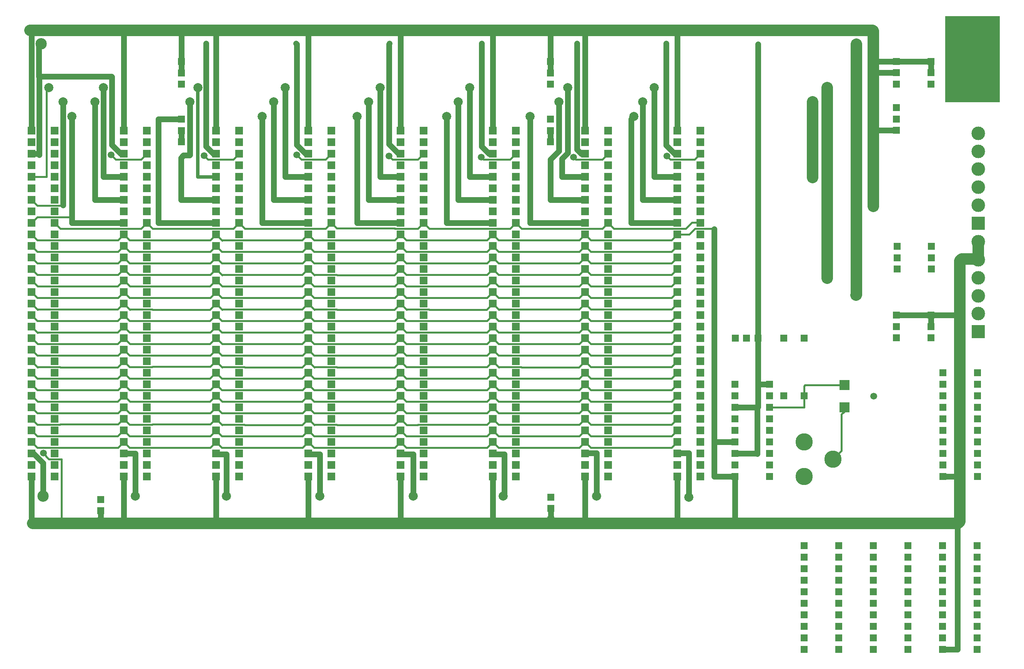
<source format=gbr>
%TF.GenerationSoftware,KiCad,Pcbnew,7.0.5*%
%TF.CreationDate,2023-08-20T22:51:28-05:00*%
%TF.ProjectId,ibm5161-backplane,69626d35-3136-4312-9d62-61636b706c61,rev?*%
%TF.SameCoordinates,Original*%
%TF.FileFunction,Copper,L1,Top*%
%TF.FilePolarity,Positive*%
%FSLAX46Y46*%
G04 Gerber Fmt 4.6, Leading zero omitted, Abs format (unit mm)*
G04 Created by KiCad (PCBNEW 7.0.5) date 2023-08-20 22:51:28*
%MOMM*%
%LPD*%
G01*
G04 APERTURE LIST*
%TA.AperFunction,ComponentPad*%
%ADD10R,1.600000X1.600000*%
%TD*%
%TA.AperFunction,ComponentPad*%
%ADD11R,1.700000X1.700000*%
%TD*%
%TA.AperFunction,ComponentPad*%
%ADD12R,12.000000X19.000000*%
%TD*%
%TA.AperFunction,ComponentPad*%
%ADD13C,3.810000*%
%TD*%
%TA.AperFunction,ComponentPad*%
%ADD14C,3.000000*%
%TD*%
%TA.AperFunction,ComponentPad*%
%ADD15R,3.000000X3.000000*%
%TD*%
%TA.AperFunction,ComponentPad*%
%ADD16R,2.300000X2.300000*%
%TD*%
%TA.AperFunction,ViaPad*%
%ADD17C,1.500000*%
%TD*%
%TA.AperFunction,ViaPad*%
%ADD18C,2.500000*%
%TD*%
%TA.AperFunction,ViaPad*%
%ADD19C,1.000000*%
%TD*%
%TA.AperFunction,ViaPad*%
%ADD20C,2.000000*%
%TD*%
%TA.AperFunction,Conductor*%
%ADD21C,2.540000*%
%TD*%
%TA.AperFunction,Conductor*%
%ADD22C,1.270000*%
%TD*%
%TA.AperFunction,Conductor*%
%ADD23C,0.381000*%
%TD*%
%TA.AperFunction,Conductor*%
%ADD24C,0.762000*%
%TD*%
G04 APERTURE END LIST*
D10*
%TO.P,C9,1*%
%TO.N,+12V*%
X146510000Y-41100000D03*
%TO.P,C9,2*%
%TO.N,GNDREF*%
X146510000Y-46100000D03*
%TO.P,C9,3*%
X146510000Y-43640000D03*
%TD*%
D11*
%TO.P,J7,1,GND*%
%TO.N,GNDREF*%
X154130000Y-43640000D03*
%TO.P,J7,2,RESET*%
%TO.N,/RESET*%
X154130000Y-46180000D03*
%TO.P,J7,3,VCC*%
%TO.N,+5V*%
X154130000Y-48720000D03*
%TO.P,J7,4,IRQ2*%
%TO.N,/IRQ2*%
X154130000Y-51260000D03*
%TO.P,J7,5,-5V*%
%TO.N,-5V*%
X154130000Y-53800000D03*
%TO.P,J7,6,DRQ2*%
%TO.N,/DRQ2*%
X154130000Y-56340000D03*
%TO.P,J7,7,-12V*%
%TO.N,-12V*%
X154130000Y-58880000D03*
%TO.P,J7,8,UNUSED*%
%TO.N,/~{CSEL}*%
X154130000Y-61420000D03*
%TO.P,J7,9,+12V*%
%TO.N,+12V*%
X154130000Y-63960000D03*
%TO.P,J7,10,GND*%
%TO.N,GNDREF*%
X154130000Y-66500000D03*
%TO.P,J7,11,~{SMEMW}*%
%TO.N,/~{SMEMW}*%
X154130000Y-69040000D03*
%TO.P,J7,12,~{SMEMR}*%
%TO.N,/~{SMEMR}*%
X154130000Y-71580000D03*
%TO.P,J7,13,~{IOW}*%
%TO.N,/~{IOW}*%
X154130000Y-74120000D03*
%TO.P,J7,14,~{IOR}*%
%TO.N,/~{IOR}*%
X154130000Y-76660000D03*
%TO.P,J7,15,~{DACK3}*%
%TO.N,/~{DACK3}*%
X154130000Y-79200000D03*
%TO.P,J7,16,DRQ3*%
%TO.N,/DRQ3*%
X154130000Y-81740000D03*
%TO.P,J7,17,~{DACK1}*%
%TO.N,/~{DACK1}*%
X154130000Y-84280000D03*
%TO.P,J7,18,DRQ1*%
%TO.N,/DRQ1*%
X154130000Y-86820000D03*
%TO.P,J7,19,~{DACK0}*%
%TO.N,/~{DACK0}*%
X154130000Y-89360000D03*
%TO.P,J7,20,CLK*%
%TO.N,/CLK*%
X154130000Y-91900000D03*
%TO.P,J7,21,IRQ7*%
%TO.N,/IRQ7*%
X154130000Y-94440000D03*
%TO.P,J7,22,IRQ6*%
%TO.N,/IRQ6*%
X154130000Y-96980000D03*
%TO.P,J7,23,IRQ5*%
%TO.N,/IRQ5*%
X154130000Y-99520000D03*
%TO.P,J7,24,IRQ4*%
%TO.N,/IRQ4*%
X154130000Y-102060000D03*
%TO.P,J7,25,IRQ3*%
%TO.N,/IRQ3*%
X154130000Y-104600000D03*
%TO.P,J7,26,~{DACK2}*%
%TO.N,/~{DACK2}*%
X154130000Y-107140000D03*
%TO.P,J7,27,TC*%
%TO.N,/TC*%
X154130000Y-109680000D03*
%TO.P,J7,28,ALE*%
%TO.N,/ALE*%
X154130000Y-112220000D03*
%TO.P,J7,29,VCC*%
%TO.N,+5V*%
X154130000Y-114760000D03*
%TO.P,J7,30,OSC*%
%TO.N,/OSC*%
X154130000Y-117300000D03*
%TO.P,J7,31,GND*%
%TO.N,GNDREF*%
X154130000Y-119840000D03*
%TO.P,J7,32,IO*%
%TO.N,/IO*%
X159210000Y-43640000D03*
%TO.P,J7,33,DB7*%
%TO.N,/DB7*%
X159210000Y-46180000D03*
%TO.P,J7,34,DB6*%
%TO.N,/DB6*%
X159210000Y-48720000D03*
%TO.P,J7,35,DB5*%
%TO.N,/DB5*%
X159210000Y-51260000D03*
%TO.P,J7,36,DB4*%
%TO.N,/DB4*%
X159210000Y-53800000D03*
%TO.P,J7,37,DB3*%
%TO.N,/DB3*%
X159210000Y-56340000D03*
%TO.P,J7,38,DB2*%
%TO.N,/DB2*%
X159210000Y-58880000D03*
%TO.P,J7,39,DB1*%
%TO.N,/DB1*%
X159210000Y-61420000D03*
%TO.P,J7,40,DB0*%
%TO.N,/DB0*%
X159210000Y-63960000D03*
%TO.P,J7,41,IO_READY*%
%TO.N,/IO_READY*%
X159210000Y-66500000D03*
%TO.P,J7,42,AEN*%
%TO.N,/AEN*%
X159210000Y-69040000D03*
%TO.P,J7,43,BA19*%
%TO.N,/BA19*%
X159210000Y-71580000D03*
%TO.P,J7,44,BA18*%
%TO.N,/BA18*%
X159210000Y-74120000D03*
%TO.P,J7,45,BA17*%
%TO.N,/BA17*%
X159210000Y-76660000D03*
%TO.P,J7,46,BA16*%
%TO.N,/BA16*%
X159210000Y-79200000D03*
%TO.P,J7,47,BA15*%
%TO.N,/BA15*%
X159210000Y-81740000D03*
%TO.P,J7,48,BA14*%
%TO.N,/BA14*%
X159210000Y-84280000D03*
%TO.P,J7,49,BA13*%
%TO.N,/BA13*%
X159210000Y-86820000D03*
%TO.P,J7,50,BA12*%
%TO.N,/BA12*%
X159210000Y-89360000D03*
%TO.P,J7,51,BA11*%
%TO.N,/BA11*%
X159210000Y-91900000D03*
%TO.P,J7,52,BA10*%
%TO.N,/BA10*%
X159210000Y-94440000D03*
%TO.P,J7,53,BA09*%
%TO.N,/BA09*%
X159210000Y-96980000D03*
%TO.P,J7,54,BA08*%
%TO.N,/BA08*%
X159210000Y-99520000D03*
%TO.P,J7,55,BA07*%
%TO.N,/BA07*%
X159210000Y-102060000D03*
%TO.P,J7,56,BA06*%
%TO.N,/BA06*%
X159210000Y-104600000D03*
%TO.P,J7,57,BA05*%
%TO.N,/BA05*%
X159210000Y-107140000D03*
%TO.P,J7,58,BA04*%
%TO.N,/BA04*%
X159210000Y-109680000D03*
%TO.P,J7,59,BA03*%
%TO.N,/BA03*%
X159210000Y-112220000D03*
%TO.P,J7,60,BA02*%
%TO.N,/BA02*%
X159210000Y-114760000D03*
%TO.P,J7,61,BA01*%
%TO.N,/BA01*%
X159210000Y-117300000D03*
%TO.P,J7,62,BA00*%
%TO.N,/BA00*%
X159210000Y-119840000D03*
%TD*%
%TO.P,J5,1,GND*%
%TO.N,GNDREF*%
X113490000Y-43640000D03*
%TO.P,J5,2,RESET*%
%TO.N,/RESET*%
X113490000Y-46180000D03*
%TO.P,J5,3,VCC*%
%TO.N,+5V*%
X113490000Y-48720000D03*
%TO.P,J5,4,IRQ2*%
%TO.N,/IRQ2*%
X113490000Y-51260000D03*
%TO.P,J5,5,-5V*%
%TO.N,-5V*%
X113490000Y-53800000D03*
%TO.P,J5,6,DRQ2*%
%TO.N,/DRQ2*%
X113490000Y-56340000D03*
%TO.P,J5,7,-12V*%
%TO.N,-12V*%
X113490000Y-58880000D03*
%TO.P,J5,8,UNUSED*%
%TO.N,/~{CSEL}*%
X113490000Y-61420000D03*
%TO.P,J5,9,+12V*%
%TO.N,+12V*%
X113490000Y-63960000D03*
%TO.P,J5,10,GND*%
%TO.N,GNDREF*%
X113490000Y-66500000D03*
%TO.P,J5,11,~{SMEMW}*%
%TO.N,/~{SMEMW}*%
X113490000Y-69040000D03*
%TO.P,J5,12,~{SMEMR}*%
%TO.N,/~{SMEMR}*%
X113490000Y-71580000D03*
%TO.P,J5,13,~{IOW}*%
%TO.N,/~{IOW}*%
X113490000Y-74120000D03*
%TO.P,J5,14,~{IOR}*%
%TO.N,/~{IOR}*%
X113490000Y-76660000D03*
%TO.P,J5,15,~{DACK3}*%
%TO.N,/~{DACK3}*%
X113490000Y-79200000D03*
%TO.P,J5,16,DRQ3*%
%TO.N,/DRQ3*%
X113490000Y-81740000D03*
%TO.P,J5,17,~{DACK1}*%
%TO.N,/~{DACK1}*%
X113490000Y-84280000D03*
%TO.P,J5,18,DRQ1*%
%TO.N,/DRQ1*%
X113490000Y-86820000D03*
%TO.P,J5,19,~{DACK0}*%
%TO.N,/~{DACK0}*%
X113490000Y-89360000D03*
%TO.P,J5,20,CLK*%
%TO.N,/CLK*%
X113490000Y-91900000D03*
%TO.P,J5,21,IRQ7*%
%TO.N,/IRQ7*%
X113490000Y-94440000D03*
%TO.P,J5,22,IRQ6*%
%TO.N,/IRQ6*%
X113490000Y-96980000D03*
%TO.P,J5,23,IRQ5*%
%TO.N,/IRQ5*%
X113490000Y-99520000D03*
%TO.P,J5,24,IRQ4*%
%TO.N,/IRQ4*%
X113490000Y-102060000D03*
%TO.P,J5,25,IRQ3*%
%TO.N,/IRQ3*%
X113490000Y-104600000D03*
%TO.P,J5,26,~{DACK2}*%
%TO.N,/~{DACK2}*%
X113490000Y-107140000D03*
%TO.P,J5,27,TC*%
%TO.N,/TC*%
X113490000Y-109680000D03*
%TO.P,J5,28,ALE*%
%TO.N,/ALE*%
X113490000Y-112220000D03*
%TO.P,J5,29,VCC*%
%TO.N,+5V*%
X113490000Y-114760000D03*
%TO.P,J5,30,OSC*%
%TO.N,/OSC*%
X113490000Y-117300000D03*
%TO.P,J5,31,GND*%
%TO.N,GNDREF*%
X113490000Y-119840000D03*
%TO.P,J5,32,IO*%
%TO.N,/IO*%
X118570000Y-43640000D03*
%TO.P,J5,33,DB7*%
%TO.N,/DB7*%
X118570000Y-46180000D03*
%TO.P,J5,34,DB6*%
%TO.N,/DB6*%
X118570000Y-48720000D03*
%TO.P,J5,35,DB5*%
%TO.N,/DB5*%
X118570000Y-51260000D03*
%TO.P,J5,36,DB4*%
%TO.N,/DB4*%
X118570000Y-53800000D03*
%TO.P,J5,37,DB3*%
%TO.N,/DB3*%
X118570000Y-56340000D03*
%TO.P,J5,38,DB2*%
%TO.N,/DB2*%
X118570000Y-58880000D03*
%TO.P,J5,39,DB1*%
%TO.N,/DB1*%
X118570000Y-61420000D03*
%TO.P,J5,40,DB0*%
%TO.N,/DB0*%
X118570000Y-63960000D03*
%TO.P,J5,41,IO_READY*%
%TO.N,/IO_READY*%
X118570000Y-66500000D03*
%TO.P,J5,42,AEN*%
%TO.N,/AEN*%
X118570000Y-69040000D03*
%TO.P,J5,43,BA19*%
%TO.N,/BA19*%
X118570000Y-71580000D03*
%TO.P,J5,44,BA18*%
%TO.N,/BA18*%
X118570000Y-74120000D03*
%TO.P,J5,45,BA17*%
%TO.N,/BA17*%
X118570000Y-76660000D03*
%TO.P,J5,46,BA16*%
%TO.N,/BA16*%
X118570000Y-79200000D03*
%TO.P,J5,47,BA15*%
%TO.N,/BA15*%
X118570000Y-81740000D03*
%TO.P,J5,48,BA14*%
%TO.N,/BA14*%
X118570000Y-84280000D03*
%TO.P,J5,49,BA13*%
%TO.N,/BA13*%
X118570000Y-86820000D03*
%TO.P,J5,50,BA12*%
%TO.N,/BA12*%
X118570000Y-89360000D03*
%TO.P,J5,51,BA11*%
%TO.N,/BA11*%
X118570000Y-91900000D03*
%TO.P,J5,52,BA10*%
%TO.N,/BA10*%
X118570000Y-94440000D03*
%TO.P,J5,53,BA09*%
%TO.N,/BA09*%
X118570000Y-96980000D03*
%TO.P,J5,54,BA08*%
%TO.N,/BA08*%
X118570000Y-99520000D03*
%TO.P,J5,55,BA07*%
%TO.N,/BA07*%
X118570000Y-102060000D03*
%TO.P,J5,56,BA06*%
%TO.N,/BA06*%
X118570000Y-104600000D03*
%TO.P,J5,57,BA05*%
%TO.N,/BA05*%
X118570000Y-107140000D03*
%TO.P,J5,58,BA04*%
%TO.N,/BA04*%
X118570000Y-109680000D03*
%TO.P,J5,59,BA03*%
%TO.N,/BA03*%
X118570000Y-112220000D03*
%TO.P,J5,60,BA02*%
%TO.N,/BA02*%
X118570000Y-114760000D03*
%TO.P,J5,61,BA01*%
%TO.N,/BA01*%
X118570000Y-117300000D03*
%TO.P,J5,62,BA00*%
%TO.N,/BA00*%
X118570000Y-119840000D03*
%TD*%
D10*
%TO.P,C12,1*%
%TO.N,GNDREF*%
X146510000Y-28400000D03*
%TO.P,C12,2*%
%TO.N,-5V*%
X146510000Y-33400000D03*
%TO.P,C12,3*%
%TO.N,GNDREF*%
X146510000Y-30940000D03*
%TD*%
%TO.P,C13,1*%
%TO.N,+5V*%
X192230000Y-89360000D03*
%TO.P,C13,2*%
%TO.N,GNDREF*%
X187230000Y-89360000D03*
%TO.P,C13,3*%
X189690000Y-89360000D03*
%TD*%
%TO.P,C5,1*%
%TO.N,GNDREF*%
X222862400Y-69120000D03*
%TO.P,C5,2*%
%TO.N,-5V*%
X222862400Y-74120000D03*
%TO.P,C5,3*%
X222862400Y-71660000D03*
%TD*%
%TO.P,C7,1*%
%TO.N,GNDREF*%
X222710000Y-84280000D03*
%TO.P,C7,2*%
%TO.N,+5V*%
X222710000Y-89280000D03*
%TO.P,C7,3*%
%TO.N,GNDREF*%
X222710000Y-86820000D03*
%TD*%
%TO.P,S1,1,Pin_1*%
%TO.N,unconnected-(S1-Pin_1-Pad1)*%
X232918000Y-96980000D03*
%TO.P,S1,2,Pin_2*%
%TO.N,unconnected-(S1-Pin_2-Pad2)*%
X232918000Y-99520000D03*
%TO.P,S1,3,Pin_3*%
%TO.N,unconnected-(S1-Pin_3-Pad3)*%
X232918000Y-102060000D03*
%TO.P,S1,4,Pin_4*%
%TO.N,unconnected-(S1-Pin_4-Pad4)*%
X232918000Y-104600000D03*
%TO.P,S1,5,Pin_5*%
%TO.N,unconnected-(S1-Pin_5-Pad5)*%
X232918000Y-107140000D03*
%TO.P,S1,6,Pin_6*%
%TO.N,unconnected-(S1-Pin_6-Pad6)*%
X232918000Y-109680000D03*
%TO.P,S1,7,Pin_7*%
%TO.N,unconnected-(S1-Pin_7-Pad7)*%
X232918000Y-112220000D03*
%TO.P,S1,8,Pin_8*%
%TO.N,unconnected-(S1-Pin_8-Pad8)*%
X232918000Y-114760000D03*
%TO.P,S1,9,Pin_9*%
%TO.N,unconnected-(S1-Pin_9-Pad9)*%
X232918000Y-117300000D03*
%TO.P,S1,10,Pin_10*%
%TO.N,GNDREF*%
X232918000Y-119840000D03*
%TO.P,S1,11,Pin_11*%
%TO.N,unconnected-(S1-Pin_11-Pad11)*%
X240538000Y-119840000D03*
%TO.P,S1,12,Pin_12*%
%TO.N,unconnected-(S1-Pin_12-Pad12)*%
X240538000Y-117300000D03*
%TO.P,S1,13,Pin_13*%
%TO.N,unconnected-(S1-Pin_13-Pad13)*%
X240538000Y-114760000D03*
%TO.P,S1,14,Pin_14*%
%TO.N,unconnected-(S1-Pin_14-Pad14)*%
X240538000Y-112220000D03*
%TO.P,S1,15,Pin_15*%
%TO.N,unconnected-(S1-Pin_15-Pad15)*%
X240538000Y-109680000D03*
%TO.P,S1,16,Pin_16*%
%TO.N,unconnected-(S1-Pin_16-Pad16)*%
X240538000Y-107140000D03*
%TO.P,S1,17,Pin_17*%
%TO.N,unconnected-(S1-Pin_17-Pad17)*%
X240538000Y-104600000D03*
%TO.P,S1,18,Pin_18*%
%TO.N,unconnected-(S1-Pin_18-Pad18)*%
X240538000Y-102060000D03*
%TO.P,S1,19,Pin_19*%
%TO.N,unconnected-(S1-Pin_19-Pad19)*%
X240538000Y-99520000D03*
%TO.P,S1,20,Pin_20*%
%TO.N,+5V*%
X240538000Y-96980000D03*
%TD*%
D11*
%TO.P,J4,1,GND*%
%TO.N,GNDREF*%
X93170000Y-43640000D03*
%TO.P,J4,2,RESET*%
%TO.N,/RESET*%
X93170000Y-46180000D03*
%TO.P,J4,3,VCC*%
%TO.N,+5V*%
X93170000Y-48720000D03*
%TO.P,J4,4,IRQ2*%
%TO.N,/IRQ2*%
X93170000Y-51260000D03*
%TO.P,J4,5,-5V*%
%TO.N,-5V*%
X93170000Y-53800000D03*
%TO.P,J4,6,DRQ2*%
%TO.N,/DRQ2*%
X93170000Y-56340000D03*
%TO.P,J4,7,-12V*%
%TO.N,-12V*%
X93170000Y-58880000D03*
%TO.P,J4,8,UNUSED*%
%TO.N,/~{CSEL}*%
X93170000Y-61420000D03*
%TO.P,J4,9,+12V*%
%TO.N,+12V*%
X93170000Y-63960000D03*
%TO.P,J4,10,GND*%
%TO.N,GNDREF*%
X93170000Y-66500000D03*
%TO.P,J4,11,~{SMEMW}*%
%TO.N,/~{SMEMW}*%
X93170000Y-69040000D03*
%TO.P,J4,12,~{SMEMR}*%
%TO.N,/~{SMEMR}*%
X93170000Y-71580000D03*
%TO.P,J4,13,~{IOW}*%
%TO.N,/~{IOW}*%
X93170000Y-74120000D03*
%TO.P,J4,14,~{IOR}*%
%TO.N,/~{IOR}*%
X93170000Y-76660000D03*
%TO.P,J4,15,~{DACK3}*%
%TO.N,/~{DACK3}*%
X93170000Y-79200000D03*
%TO.P,J4,16,DRQ3*%
%TO.N,/DRQ3*%
X93170000Y-81740000D03*
%TO.P,J4,17,~{DACK1}*%
%TO.N,/~{DACK1}*%
X93170000Y-84280000D03*
%TO.P,J4,18,DRQ1*%
%TO.N,/DRQ1*%
X93170000Y-86820000D03*
%TO.P,J4,19,~{DACK0}*%
%TO.N,/~{DACK0}*%
X93170000Y-89360000D03*
%TO.P,J4,20,CLK*%
%TO.N,/CLK*%
X93170000Y-91900000D03*
%TO.P,J4,21,IRQ7*%
%TO.N,/IRQ7*%
X93170000Y-94440000D03*
%TO.P,J4,22,IRQ6*%
%TO.N,/IRQ6*%
X93170000Y-96980000D03*
%TO.P,J4,23,IRQ5*%
%TO.N,/IRQ5*%
X93170000Y-99520000D03*
%TO.P,J4,24,IRQ4*%
%TO.N,/IRQ4*%
X93170000Y-102060000D03*
%TO.P,J4,25,IRQ3*%
%TO.N,/IRQ3*%
X93170000Y-104600000D03*
%TO.P,J4,26,~{DACK2}*%
%TO.N,/~{DACK2}*%
X93170000Y-107140000D03*
%TO.P,J4,27,TC*%
%TO.N,/TC*%
X93170000Y-109680000D03*
%TO.P,J4,28,ALE*%
%TO.N,/ALE*%
X93170000Y-112220000D03*
%TO.P,J4,29,VCC*%
%TO.N,+5V*%
X93170000Y-114760000D03*
%TO.P,J4,30,OSC*%
%TO.N,/OSC*%
X93170000Y-117300000D03*
%TO.P,J4,31,GND*%
%TO.N,GNDREF*%
X93170000Y-119840000D03*
%TO.P,J4,32,IO*%
%TO.N,/IO*%
X98250000Y-43640000D03*
%TO.P,J4,33,DB7*%
%TO.N,/DB7*%
X98250000Y-46180000D03*
%TO.P,J4,34,DB6*%
%TO.N,/DB6*%
X98250000Y-48720000D03*
%TO.P,J4,35,DB5*%
%TO.N,/DB5*%
X98250000Y-51260000D03*
%TO.P,J4,36,DB4*%
%TO.N,/DB4*%
X98250000Y-53800000D03*
%TO.P,J4,37,DB3*%
%TO.N,/DB3*%
X98250000Y-56340000D03*
%TO.P,J4,38,DB2*%
%TO.N,/DB2*%
X98250000Y-58880000D03*
%TO.P,J4,39,DB1*%
%TO.N,/DB1*%
X98250000Y-61420000D03*
%TO.P,J4,40,DB0*%
%TO.N,/DB0*%
X98250000Y-63960000D03*
%TO.P,J4,41,IO_READY*%
%TO.N,/IO_READY*%
X98250000Y-66500000D03*
%TO.P,J4,42,AEN*%
%TO.N,/AEN*%
X98250000Y-69040000D03*
%TO.P,J4,43,BA19*%
%TO.N,/BA19*%
X98250000Y-71580000D03*
%TO.P,J4,44,BA18*%
%TO.N,/BA18*%
X98250000Y-74120000D03*
%TO.P,J4,45,BA17*%
%TO.N,/BA17*%
X98250000Y-76660000D03*
%TO.P,J4,46,BA16*%
%TO.N,/BA16*%
X98250000Y-79200000D03*
%TO.P,J4,47,BA15*%
%TO.N,/BA15*%
X98250000Y-81740000D03*
%TO.P,J4,48,BA14*%
%TO.N,/BA14*%
X98250000Y-84280000D03*
%TO.P,J4,49,BA13*%
%TO.N,/BA13*%
X98250000Y-86820000D03*
%TO.P,J4,50,BA12*%
%TO.N,/BA12*%
X98250000Y-89360000D03*
%TO.P,J4,51,BA11*%
%TO.N,/BA11*%
X98250000Y-91900000D03*
%TO.P,J4,52,BA10*%
%TO.N,/BA10*%
X98250000Y-94440000D03*
%TO.P,J4,53,BA09*%
%TO.N,/BA09*%
X98250000Y-96980000D03*
%TO.P,J4,54,BA08*%
%TO.N,/BA08*%
X98250000Y-99520000D03*
%TO.P,J4,55,BA07*%
%TO.N,/BA07*%
X98250000Y-102060000D03*
%TO.P,J4,56,BA06*%
%TO.N,/BA06*%
X98250000Y-104600000D03*
%TO.P,J4,57,BA05*%
%TO.N,/BA05*%
X98250000Y-107140000D03*
%TO.P,J4,58,BA04*%
%TO.N,/BA04*%
X98250000Y-109680000D03*
%TO.P,J4,59,BA03*%
%TO.N,/BA03*%
X98250000Y-112220000D03*
%TO.P,J4,60,BA02*%
%TO.N,/BA02*%
X98250000Y-114760000D03*
%TO.P,J4,61,BA01*%
%TO.N,/BA01*%
X98250000Y-117300000D03*
%TO.P,J4,62,BA00*%
%TO.N,/BA00*%
X98250000Y-119840000D03*
%TD*%
%TO.P,J1,1,GND*%
%TO.N,GNDREF*%
X32210000Y-43640000D03*
%TO.P,J1,2,RESET*%
%TO.N,/RESET*%
X32210000Y-46180000D03*
%TO.P,J1,3,VCC*%
%TO.N,+5V*%
X32210000Y-48720000D03*
%TO.P,J1,4,IRQ2*%
%TO.N,/IRQ2*%
X32210000Y-51260000D03*
%TO.P,J1,5,-5V*%
%TO.N,-5V*%
X32210000Y-53800000D03*
%TO.P,J1,6,DRQ2*%
%TO.N,/DRQ2*%
X32210000Y-56340000D03*
%TO.P,J1,7,-12V*%
%TO.N,-12V*%
X32210000Y-58880000D03*
%TO.P,J1,8,UNUSED*%
%TO.N,/~{CSEL}*%
X32210000Y-61420000D03*
%TO.P,J1,9,+12V*%
%TO.N,+12V*%
X32210000Y-63960000D03*
%TO.P,J1,10,GND*%
%TO.N,GNDREF*%
X32210000Y-66500000D03*
%TO.P,J1,11,~{SMEMW}*%
%TO.N,/~{SMEMW}*%
X32210000Y-69040000D03*
%TO.P,J1,12,~{SMEMR}*%
%TO.N,/~{SMEMR}*%
X32210000Y-71580000D03*
%TO.P,J1,13,~{IOW}*%
%TO.N,/~{IOW}*%
X32210000Y-74120000D03*
%TO.P,J1,14,~{IOR}*%
%TO.N,/~{IOR}*%
X32210000Y-76660000D03*
%TO.P,J1,15,~{DACK3}*%
%TO.N,/~{DACK3}*%
X32210000Y-79200000D03*
%TO.P,J1,16,DRQ3*%
%TO.N,/DRQ3*%
X32210000Y-81740000D03*
%TO.P,J1,17,~{DACK1}*%
%TO.N,/~{DACK1}*%
X32210000Y-84280000D03*
%TO.P,J1,18,DRQ1*%
%TO.N,/DRQ1*%
X32210000Y-86820000D03*
%TO.P,J1,19,~{DACK0}*%
%TO.N,/~{DACK0}*%
X32210000Y-89360000D03*
%TO.P,J1,20,CLK*%
%TO.N,/CLK*%
X32210000Y-91900000D03*
%TO.P,J1,21,IRQ7*%
%TO.N,/IRQ7*%
X32210000Y-94440000D03*
%TO.P,J1,22,IRQ6*%
%TO.N,/IRQ6*%
X32210000Y-96980000D03*
%TO.P,J1,23,IRQ5*%
%TO.N,/IRQ5*%
X32210000Y-99520000D03*
%TO.P,J1,24,IRQ4*%
%TO.N,/IRQ4*%
X32210000Y-102060000D03*
%TO.P,J1,25,IRQ3*%
%TO.N,/IRQ3*%
X32210000Y-104600000D03*
%TO.P,J1,26,~{DACK2}*%
%TO.N,/~{DACK2}*%
X32210000Y-107140000D03*
%TO.P,J1,27,TC*%
%TO.N,/TC*%
X32210000Y-109680000D03*
%TO.P,J1,28,ALE*%
%TO.N,/ALE*%
X32210000Y-112220000D03*
%TO.P,J1,29,VCC*%
%TO.N,+5V*%
X32210000Y-114760000D03*
%TO.P,J1,30,OSC*%
%TO.N,/OSC*%
X32210000Y-117300000D03*
%TO.P,J1,31,GND*%
%TO.N,GNDREF*%
X32210000Y-119840000D03*
%TO.P,J1,32,IO*%
%TO.N,/IO*%
X37290000Y-43640000D03*
%TO.P,J1,33,DB7*%
%TO.N,/DB7*%
X37290000Y-46180000D03*
%TO.P,J1,34,DB6*%
%TO.N,/DB6*%
X37290000Y-48720000D03*
%TO.P,J1,35,DB5*%
%TO.N,/DB5*%
X37290000Y-51260000D03*
%TO.P,J1,36,DB4*%
%TO.N,/DB4*%
X37290000Y-53800000D03*
%TO.P,J1,37,DB3*%
%TO.N,/DB3*%
X37290000Y-56340000D03*
%TO.P,J1,38,DB2*%
%TO.N,/DB2*%
X37290000Y-58880000D03*
%TO.P,J1,39,DB1*%
%TO.N,/DB1*%
X37290000Y-61420000D03*
%TO.P,J1,40,DB0*%
%TO.N,/DB0*%
X37290000Y-63960000D03*
%TO.P,J1,41,IO_READY*%
%TO.N,/IO_READY*%
X37290000Y-66500000D03*
%TO.P,J1,42,AEN*%
%TO.N,/AEN*%
X37290000Y-69040000D03*
%TO.P,J1,43,BA19*%
%TO.N,/BA19*%
X37290000Y-71580000D03*
%TO.P,J1,44,BA18*%
%TO.N,/BA18*%
X37290000Y-74120000D03*
%TO.P,J1,45,BA17*%
%TO.N,/BA17*%
X37290000Y-76660000D03*
%TO.P,J1,46,BA16*%
%TO.N,/BA16*%
X37290000Y-79200000D03*
%TO.P,J1,47,BA15*%
%TO.N,/BA15*%
X37290000Y-81740000D03*
%TO.P,J1,48,BA14*%
%TO.N,/BA14*%
X37290000Y-84280000D03*
%TO.P,J1,49,BA13*%
%TO.N,/BA13*%
X37290000Y-86820000D03*
%TO.P,J1,50,BA12*%
%TO.N,/BA12*%
X37290000Y-89360000D03*
%TO.P,J1,51,BA11*%
%TO.N,/BA11*%
X37290000Y-91900000D03*
%TO.P,J1,52,BA10*%
%TO.N,/BA10*%
X37290000Y-94440000D03*
%TO.P,J1,53,BA09*%
%TO.N,/BA09*%
X37290000Y-96980000D03*
%TO.P,J1,54,BA08*%
%TO.N,/BA08*%
X37290000Y-99520000D03*
%TO.P,J1,55,BA07*%
%TO.N,/BA07*%
X37290000Y-102060000D03*
%TO.P,J1,56,BA06*%
%TO.N,/BA06*%
X37290000Y-104600000D03*
%TO.P,J1,57,BA05*%
%TO.N,/BA05*%
X37290000Y-107140000D03*
%TO.P,J1,58,BA04*%
%TO.N,/BA04*%
X37290000Y-109680000D03*
%TO.P,J1,59,BA03*%
%TO.N,/BA03*%
X37290000Y-112220000D03*
%TO.P,J1,60,BA02*%
%TO.N,/BA02*%
X37290000Y-114760000D03*
%TO.P,J1,61,BA01*%
%TO.N,/BA01*%
X37290000Y-117300000D03*
%TO.P,J1,62,BA00*%
%TO.N,/BA00*%
X37290000Y-119840000D03*
%TD*%
D10*
%TO.P,C8,1*%
%TO.N,GNDREF*%
X230330000Y-84280000D03*
%TO.P,C8,2*%
%TO.N,+5V*%
X230330000Y-89280000D03*
%TO.P,C8,3*%
%TO.N,GNDREF*%
X230330000Y-86820000D03*
%TD*%
D12*
%TO.P,REF\u002A\u002A,1*%
%TO.N,GNDREF*%
X239500000Y-27850000D03*
%TD*%
D11*
%TO.P,J3,1,GND*%
%TO.N,GNDREF*%
X72850000Y-43640000D03*
%TO.P,J3,2,RESET*%
%TO.N,/RESET*%
X72850000Y-46180000D03*
%TO.P,J3,3,VCC*%
%TO.N,+5V*%
X72850000Y-48720000D03*
%TO.P,J3,4,IRQ2*%
%TO.N,/IRQ2*%
X72850000Y-51260000D03*
%TO.P,J3,5,-5V*%
%TO.N,-5V*%
X72850000Y-53800000D03*
%TO.P,J3,6,DRQ2*%
%TO.N,/DRQ2*%
X72850000Y-56340000D03*
%TO.P,J3,7,-12V*%
%TO.N,-12V*%
X72850000Y-58880000D03*
%TO.P,J3,8,UNUSED*%
%TO.N,/~{CSEL}*%
X72850000Y-61420000D03*
%TO.P,J3,9,+12V*%
%TO.N,+12V*%
X72850000Y-63960000D03*
%TO.P,J3,10,GND*%
%TO.N,GNDREF*%
X72850000Y-66500000D03*
%TO.P,J3,11,~{SMEMW}*%
%TO.N,/~{SMEMW}*%
X72850000Y-69040000D03*
%TO.P,J3,12,~{SMEMR}*%
%TO.N,/~{SMEMR}*%
X72850000Y-71580000D03*
%TO.P,J3,13,~{IOW}*%
%TO.N,/~{IOW}*%
X72850000Y-74120000D03*
%TO.P,J3,14,~{IOR}*%
%TO.N,/~{IOR}*%
X72850000Y-76660000D03*
%TO.P,J3,15,~{DACK3}*%
%TO.N,/~{DACK3}*%
X72850000Y-79200000D03*
%TO.P,J3,16,DRQ3*%
%TO.N,/DRQ3*%
X72850000Y-81740000D03*
%TO.P,J3,17,~{DACK1}*%
%TO.N,/~{DACK1}*%
X72850000Y-84280000D03*
%TO.P,J3,18,DRQ1*%
%TO.N,/DRQ1*%
X72850000Y-86820000D03*
%TO.P,J3,19,~{DACK0}*%
%TO.N,/~{DACK0}*%
X72850000Y-89360000D03*
%TO.P,J3,20,CLK*%
%TO.N,/CLK*%
X72850000Y-91900000D03*
%TO.P,J3,21,IRQ7*%
%TO.N,/IRQ7*%
X72850000Y-94440000D03*
%TO.P,J3,22,IRQ6*%
%TO.N,/IRQ6*%
X72850000Y-96980000D03*
%TO.P,J3,23,IRQ5*%
%TO.N,/IRQ5*%
X72850000Y-99520000D03*
%TO.P,J3,24,IRQ4*%
%TO.N,/IRQ4*%
X72850000Y-102060000D03*
%TO.P,J3,25,IRQ3*%
%TO.N,/IRQ3*%
X72850000Y-104600000D03*
%TO.P,J3,26,~{DACK2}*%
%TO.N,/~{DACK2}*%
X72850000Y-107140000D03*
%TO.P,J3,27,TC*%
%TO.N,/TC*%
X72850000Y-109680000D03*
%TO.P,J3,28,ALE*%
%TO.N,/ALE*%
X72850000Y-112220000D03*
%TO.P,J3,29,VCC*%
%TO.N,+5V*%
X72850000Y-114760000D03*
%TO.P,J3,30,OSC*%
%TO.N,/OSC*%
X72850000Y-117300000D03*
%TO.P,J3,31,GND*%
%TO.N,GNDREF*%
X72850000Y-119840000D03*
%TO.P,J3,32,IO*%
%TO.N,/IO*%
X77930000Y-43640000D03*
%TO.P,J3,33,DB7*%
%TO.N,/DB7*%
X77930000Y-46180000D03*
%TO.P,J3,34,DB6*%
%TO.N,/DB6*%
X77930000Y-48720000D03*
%TO.P,J3,35,DB5*%
%TO.N,/DB5*%
X77930000Y-51260000D03*
%TO.P,J3,36,DB4*%
%TO.N,/DB4*%
X77930000Y-53800000D03*
%TO.P,J3,37,DB3*%
%TO.N,/DB3*%
X77930000Y-56340000D03*
%TO.P,J3,38,DB2*%
%TO.N,/DB2*%
X77930000Y-58880000D03*
%TO.P,J3,39,DB1*%
%TO.N,/DB1*%
X77930000Y-61420000D03*
%TO.P,J3,40,DB0*%
%TO.N,/DB0*%
X77930000Y-63960000D03*
%TO.P,J3,41,IO_READY*%
%TO.N,/IO_READY*%
X77930000Y-66500000D03*
%TO.P,J3,42,AEN*%
%TO.N,/AEN*%
X77930000Y-69040000D03*
%TO.P,J3,43,BA19*%
%TO.N,/BA19*%
X77930000Y-71580000D03*
%TO.P,J3,44,BA18*%
%TO.N,/BA18*%
X77930000Y-74120000D03*
%TO.P,J3,45,BA17*%
%TO.N,/BA17*%
X77930000Y-76660000D03*
%TO.P,J3,46,BA16*%
%TO.N,/BA16*%
X77930000Y-79200000D03*
%TO.P,J3,47,BA15*%
%TO.N,/BA15*%
X77930000Y-81740000D03*
%TO.P,J3,48,BA14*%
%TO.N,/BA14*%
X77930000Y-84280000D03*
%TO.P,J3,49,BA13*%
%TO.N,/BA13*%
X77930000Y-86820000D03*
%TO.P,J3,50,BA12*%
%TO.N,/BA12*%
X77930000Y-89360000D03*
%TO.P,J3,51,BA11*%
%TO.N,/BA11*%
X77930000Y-91900000D03*
%TO.P,J3,52,BA10*%
%TO.N,/BA10*%
X77930000Y-94440000D03*
%TO.P,J3,53,BA09*%
%TO.N,/BA09*%
X77930000Y-96980000D03*
%TO.P,J3,54,BA08*%
%TO.N,/BA08*%
X77930000Y-99520000D03*
%TO.P,J3,55,BA07*%
%TO.N,/BA07*%
X77930000Y-102060000D03*
%TO.P,J3,56,BA06*%
%TO.N,/BA06*%
X77930000Y-104600000D03*
%TO.P,J3,57,BA05*%
%TO.N,/BA05*%
X77930000Y-107140000D03*
%TO.P,J3,58,BA04*%
%TO.N,/BA04*%
X77930000Y-109680000D03*
%TO.P,J3,59,BA03*%
%TO.N,/BA03*%
X77930000Y-112220000D03*
%TO.P,J3,60,BA02*%
%TO.N,/BA02*%
X77930000Y-114760000D03*
%TO.P,J3,61,BA01*%
%TO.N,/BA01*%
X77930000Y-117300000D03*
%TO.P,J3,62,BA00*%
%TO.N,/BA00*%
X77930000Y-119840000D03*
%TD*%
D10*
%TO.P,S4,1,Pin_1*%
%TO.N,unconnected-(S4-Pin_1-Pad1)*%
X202390000Y-135080000D03*
%TO.P,S4,2,Pin_2*%
%TO.N,unconnected-(S4-Pin_2-Pad2)*%
X202390000Y-137620000D03*
%TO.P,S4,3,Pin_3*%
%TO.N,unconnected-(S4-Pin_3-Pad3)*%
X202390000Y-140160000D03*
%TO.P,S4,4,Pin_4*%
%TO.N,unconnected-(S4-Pin_4-Pad4)*%
X202390000Y-142700000D03*
%TO.P,S4,5,Pin_5*%
%TO.N,unconnected-(S4-Pin_5-Pad5)*%
X202390000Y-145240000D03*
%TO.P,S4,6,Pin_6*%
%TO.N,unconnected-(S4-Pin_6-Pad6)*%
X202390000Y-147780000D03*
%TO.P,S4,7,Pin_7*%
%TO.N,unconnected-(S4-Pin_7-Pad7)*%
X202390000Y-150320000D03*
%TO.P,S4,8,Pin_8*%
%TO.N,unconnected-(S4-Pin_8-Pad8)*%
X202390000Y-152860000D03*
%TO.P,S4,9,Pin_9*%
%TO.N,unconnected-(S4-Pin_9-Pad9)*%
X202390000Y-155400000D03*
%TO.P,S4,10,Pin_10*%
%TO.N,GNDREF*%
X202390000Y-157940000D03*
%TO.P,S4,11,Pin_11*%
%TO.N,unconnected-(S4-Pin_11-Pad11)*%
X210010000Y-157940000D03*
%TO.P,S4,12,Pin_12*%
%TO.N,unconnected-(S4-Pin_12-Pad12)*%
X210010000Y-155400000D03*
%TO.P,S4,13,Pin_13*%
%TO.N,unconnected-(S4-Pin_13-Pad13)*%
X210010000Y-152860000D03*
%TO.P,S4,14,Pin_14*%
%TO.N,unconnected-(S4-Pin_14-Pad14)*%
X210010000Y-150320000D03*
%TO.P,S4,15,Pin_15*%
%TO.N,unconnected-(S4-Pin_15-Pad15)*%
X210010000Y-147780000D03*
%TO.P,S4,16,Pin_16*%
%TO.N,unconnected-(S4-Pin_16-Pad16)*%
X210010000Y-145240000D03*
%TO.P,S4,17,Pin_17*%
%TO.N,unconnected-(S4-Pin_17-Pad17)*%
X210010000Y-142700000D03*
%TO.P,S4,18,Pin_18*%
%TO.N,unconnected-(S4-Pin_18-Pad18)*%
X210010000Y-140160000D03*
%TO.P,S4,19,Pin_19*%
%TO.N,unconnected-(S4-Pin_19-Pad19)*%
X210010000Y-137620000D03*
%TO.P,S4,20,Pin_20*%
%TO.N,+5V*%
X210010000Y-135080000D03*
%TD*%
D11*
%TO.P,J8,1,GND*%
%TO.N,GNDREF*%
X174450000Y-43640000D03*
%TO.P,J8,2,RESET*%
%TO.N,/RESET*%
X174450000Y-46180000D03*
%TO.P,J8,3,VCC*%
%TO.N,+5V*%
X174450000Y-48720000D03*
%TO.P,J8,4,IRQ2*%
%TO.N,/IRQ2*%
X174450000Y-51260000D03*
%TO.P,J8,5,-5V*%
%TO.N,-5V*%
X174450000Y-53800000D03*
%TO.P,J8,6,DRQ2*%
%TO.N,/DRQ2*%
X174450000Y-56340000D03*
%TO.P,J8,7,-12V*%
%TO.N,-12V*%
X174450000Y-58880000D03*
%TO.P,J8,8,UNUSED*%
%TO.N,/~{CSEL}*%
X174450000Y-61420000D03*
%TO.P,J8,9,+12V*%
%TO.N,+12V*%
X174450000Y-63960000D03*
%TO.P,J8,10,GND*%
%TO.N,GNDREF*%
X174450000Y-66500000D03*
%TO.P,J8,11,~{SMEMW}*%
%TO.N,/~{SMEMW}*%
X174450000Y-69040000D03*
%TO.P,J8,12,~{SMEMR}*%
%TO.N,/~{SMEMR}*%
X174450000Y-71580000D03*
%TO.P,J8,13,~{IOW}*%
%TO.N,/~{IOW}*%
X174450000Y-74120000D03*
%TO.P,J8,14,~{IOR}*%
%TO.N,/~{IOR}*%
X174450000Y-76660000D03*
%TO.P,J8,15,~{DACK3}*%
%TO.N,/~{DACK3}*%
X174450000Y-79200000D03*
%TO.P,J8,16,DRQ3*%
%TO.N,/DRQ3*%
X174450000Y-81740000D03*
%TO.P,J8,17,~{DACK1}*%
%TO.N,/~{DACK1}*%
X174450000Y-84280000D03*
%TO.P,J8,18,DRQ1*%
%TO.N,/DRQ1*%
X174450000Y-86820000D03*
%TO.P,J8,19,~{DACK0}*%
%TO.N,/~{DACK0}*%
X174450000Y-89360000D03*
%TO.P,J8,20,CLK*%
%TO.N,/CLK*%
X174450000Y-91900000D03*
%TO.P,J8,21,IRQ7*%
%TO.N,/IRQ7*%
X174450000Y-94440000D03*
%TO.P,J8,22,IRQ6*%
%TO.N,/IRQ6*%
X174450000Y-96980000D03*
%TO.P,J8,23,IRQ5*%
%TO.N,/IRQ5*%
X174450000Y-99520000D03*
%TO.P,J8,24,IRQ4*%
%TO.N,/IRQ4*%
X174450000Y-102060000D03*
%TO.P,J8,25,IRQ3*%
%TO.N,/IRQ3*%
X174450000Y-104600000D03*
%TO.P,J8,26,~{DACK2}*%
%TO.N,/~{DACK2}*%
X174450000Y-107140000D03*
%TO.P,J8,27,TC*%
%TO.N,/TC*%
X174450000Y-109680000D03*
%TO.P,J8,28,ALE*%
%TO.N,/ALE*%
X174450000Y-112220000D03*
%TO.P,J8,29,VCC*%
%TO.N,+5V*%
X174450000Y-114760000D03*
%TO.P,J8,30,OSC*%
%TO.N,/OSC*%
X174450000Y-117300000D03*
%TO.P,J8,31,GND*%
%TO.N,GNDREF*%
X174450000Y-119840000D03*
%TO.P,J8,32,IO*%
%TO.N,/IO*%
X179530000Y-43640000D03*
%TO.P,J8,33,DB7*%
%TO.N,/DB7*%
X179530000Y-46180000D03*
%TO.P,J8,34,DB6*%
%TO.N,/DB6*%
X179530000Y-48720000D03*
%TO.P,J8,35,DB5*%
%TO.N,/DB5*%
X179530000Y-51260000D03*
%TO.P,J8,36,DB4*%
%TO.N,/DB4*%
X179530000Y-53800000D03*
%TO.P,J8,37,DB3*%
%TO.N,/DB3*%
X179530000Y-56340000D03*
%TO.P,J8,38,DB2*%
%TO.N,/DB2*%
X179530000Y-58880000D03*
%TO.P,J8,39,DB1*%
%TO.N,/DB1*%
X179530000Y-61420000D03*
%TO.P,J8,40,DB0*%
%TO.N,/DB0*%
X179530000Y-63960000D03*
%TO.P,J8,41,IO_READY*%
%TO.N,/IO_READY*%
X179530000Y-66500000D03*
%TO.P,J8,42,AEN*%
%TO.N,/AEN*%
X179530000Y-69040000D03*
%TO.P,J8,43,BA19*%
%TO.N,/BA19*%
X179530000Y-71580000D03*
%TO.P,J8,44,BA18*%
%TO.N,/BA18*%
X179530000Y-74120000D03*
%TO.P,J8,45,BA17*%
%TO.N,/BA17*%
X179530000Y-76660000D03*
%TO.P,J8,46,BA16*%
%TO.N,/BA16*%
X179530000Y-79200000D03*
%TO.P,J8,47,BA15*%
%TO.N,/BA15*%
X179530000Y-81740000D03*
%TO.P,J8,48,BA14*%
%TO.N,/BA14*%
X179530000Y-84280000D03*
%TO.P,J8,49,BA13*%
%TO.N,/BA13*%
X179530000Y-86820000D03*
%TO.P,J8,50,BA12*%
%TO.N,/BA12*%
X179530000Y-89360000D03*
%TO.P,J8,51,BA11*%
%TO.N,/BA11*%
X179530000Y-91900000D03*
%TO.P,J8,52,BA10*%
%TO.N,/BA10*%
X179530000Y-94440000D03*
%TO.P,J8,53,BA09*%
%TO.N,/BA09*%
X179530000Y-96980000D03*
%TO.P,J8,54,BA08*%
%TO.N,/BA08*%
X179530000Y-99520000D03*
%TO.P,J8,55,BA07*%
%TO.N,/BA07*%
X179530000Y-102060000D03*
%TO.P,J8,56,BA06*%
%TO.N,/BA06*%
X179530000Y-104600000D03*
%TO.P,J8,57,BA05*%
%TO.N,/BA05*%
X179530000Y-107140000D03*
%TO.P,J8,58,BA04*%
%TO.N,/BA04*%
X179530000Y-109680000D03*
%TO.P,J8,59,BA03*%
%TO.N,/BA03*%
X179530000Y-112220000D03*
%TO.P,J8,60,BA02*%
%TO.N,/BA02*%
X179530000Y-114760000D03*
%TO.P,J8,61,BA01*%
%TO.N,/BA01*%
X179530000Y-117300000D03*
%TO.P,J8,62,BA00*%
%TO.N,/BA00*%
X179530000Y-119840000D03*
%TD*%
D10*
%TO.P,S3,1,Pin_1*%
%TO.N,unconnected-(S3-Pin_1-Pad1)*%
X217630000Y-135080000D03*
%TO.P,S3,2,Pin_2*%
%TO.N,unconnected-(S3-Pin_2-Pad2)*%
X217630000Y-137620000D03*
%TO.P,S3,3,Pin_3*%
%TO.N,unconnected-(S3-Pin_3-Pad3)*%
X217630000Y-140160000D03*
%TO.P,S3,4,Pin_4*%
%TO.N,unconnected-(S3-Pin_4-Pad4)*%
X217630000Y-142700000D03*
%TO.P,S3,5,Pin_5*%
%TO.N,unconnected-(S3-Pin_5-Pad5)*%
X217630000Y-145240000D03*
%TO.P,S3,6,Pin_6*%
%TO.N,unconnected-(S3-Pin_6-Pad6)*%
X217630000Y-147780000D03*
%TO.P,S3,7,Pin_7*%
%TO.N,unconnected-(S3-Pin_7-Pad7)*%
X217630000Y-150320000D03*
%TO.P,S3,8,Pin_8*%
%TO.N,unconnected-(S3-Pin_8-Pad8)*%
X217630000Y-152860000D03*
%TO.P,S3,9,Pin_9*%
%TO.N,unconnected-(S3-Pin_9-Pad9)*%
X217630000Y-155400000D03*
%TO.P,S3,10,Pin_10*%
%TO.N,GNDREF*%
X217630000Y-157940000D03*
%TO.P,S3,11,Pin_11*%
%TO.N,unconnected-(S3-Pin_11-Pad11)*%
X225250000Y-157940000D03*
%TO.P,S3,12,Pin_12*%
%TO.N,unconnected-(S3-Pin_12-Pad12)*%
X225250000Y-155400000D03*
%TO.P,S3,13,Pin_13*%
%TO.N,unconnected-(S3-Pin_13-Pad13)*%
X225250000Y-152860000D03*
%TO.P,S3,14,Pin_14*%
%TO.N,unconnected-(S3-Pin_14-Pad14)*%
X225250000Y-150320000D03*
%TO.P,S3,15,Pin_15*%
%TO.N,unconnected-(S3-Pin_15-Pad15)*%
X225250000Y-147780000D03*
%TO.P,S3,16,Pin_16*%
%TO.N,unconnected-(S3-Pin_16-Pad16)*%
X225250000Y-145240000D03*
%TO.P,S3,17,Pin_17*%
%TO.N,unconnected-(S3-Pin_17-Pad17)*%
X225250000Y-142700000D03*
%TO.P,S3,18,Pin_18*%
%TO.N,unconnected-(S3-Pin_18-Pad18)*%
X225250000Y-140160000D03*
%TO.P,S3,19,Pin_19*%
%TO.N,unconnected-(S3-Pin_19-Pad19)*%
X225250000Y-137620000D03*
%TO.P,S3,20,Pin_20*%
%TO.N,+5V*%
X225250000Y-135080000D03*
%TD*%
%TO.P,C15,1*%
%TO.N,GNDREF*%
X146608000Y-129398000D03*
%TO.P,C15,2*%
%TO.N,+5V*%
X146608000Y-124398000D03*
%TO.P,C15,3*%
%TO.N,GNDREF*%
X146608000Y-126858000D03*
%TD*%
D11*
%TO.P,J6,1,GND*%
%TO.N,GNDREF*%
X133810000Y-43640000D03*
%TO.P,J6,2,RESET*%
%TO.N,/RESET*%
X133810000Y-46180000D03*
%TO.P,J6,3,VCC*%
%TO.N,+5V*%
X133810000Y-48720000D03*
%TO.P,J6,4,IRQ2*%
%TO.N,/IRQ2*%
X133810000Y-51260000D03*
%TO.P,J6,5,-5V*%
%TO.N,-5V*%
X133810000Y-53800000D03*
%TO.P,J6,6,DRQ2*%
%TO.N,/DRQ2*%
X133810000Y-56340000D03*
%TO.P,J6,7,-12V*%
%TO.N,-12V*%
X133810000Y-58880000D03*
%TO.P,J6,8,UNUSED*%
%TO.N,/~{CSEL}*%
X133810000Y-61420000D03*
%TO.P,J6,9,+12V*%
%TO.N,+12V*%
X133810000Y-63960000D03*
%TO.P,J6,10,GND*%
%TO.N,GNDREF*%
X133810000Y-66500000D03*
%TO.P,J6,11,~{SMEMW}*%
%TO.N,/~{SMEMW}*%
X133810000Y-69040000D03*
%TO.P,J6,12,~{SMEMR}*%
%TO.N,/~{SMEMR}*%
X133810000Y-71580000D03*
%TO.P,J6,13,~{IOW}*%
%TO.N,/~{IOW}*%
X133810000Y-74120000D03*
%TO.P,J6,14,~{IOR}*%
%TO.N,/~{IOR}*%
X133810000Y-76660000D03*
%TO.P,J6,15,~{DACK3}*%
%TO.N,/~{DACK3}*%
X133810000Y-79200000D03*
%TO.P,J6,16,DRQ3*%
%TO.N,/DRQ3*%
X133810000Y-81740000D03*
%TO.P,J6,17,~{DACK1}*%
%TO.N,/~{DACK1}*%
X133810000Y-84280000D03*
%TO.P,J6,18,DRQ1*%
%TO.N,/DRQ1*%
X133810000Y-86820000D03*
%TO.P,J6,19,~{DACK0}*%
%TO.N,/~{DACK0}*%
X133810000Y-89360000D03*
%TO.P,J6,20,CLK*%
%TO.N,/CLK*%
X133810000Y-91900000D03*
%TO.P,J6,21,IRQ7*%
%TO.N,/IRQ7*%
X133810000Y-94440000D03*
%TO.P,J6,22,IRQ6*%
%TO.N,/IRQ6*%
X133810000Y-96980000D03*
%TO.P,J6,23,IRQ5*%
%TO.N,/IRQ5*%
X133810000Y-99520000D03*
%TO.P,J6,24,IRQ4*%
%TO.N,/IRQ4*%
X133810000Y-102060000D03*
%TO.P,J6,25,IRQ3*%
%TO.N,/IRQ3*%
X133810000Y-104600000D03*
%TO.P,J6,26,~{DACK2}*%
%TO.N,/~{DACK2}*%
X133810000Y-107140000D03*
%TO.P,J6,27,TC*%
%TO.N,/TC*%
X133810000Y-109680000D03*
%TO.P,J6,28,ALE*%
%TO.N,/ALE*%
X133810000Y-112220000D03*
%TO.P,J6,29,VCC*%
%TO.N,+5V*%
X133810000Y-114760000D03*
%TO.P,J6,30,OSC*%
%TO.N,/OSC*%
X133810000Y-117300000D03*
%TO.P,J6,31,GND*%
%TO.N,GNDREF*%
X133810000Y-119840000D03*
%TO.P,J6,32,IO*%
%TO.N,/IO*%
X138890000Y-43640000D03*
%TO.P,J6,33,DB7*%
%TO.N,/DB7*%
X138890000Y-46180000D03*
%TO.P,J6,34,DB6*%
%TO.N,/DB6*%
X138890000Y-48720000D03*
%TO.P,J6,35,DB5*%
%TO.N,/DB5*%
X138890000Y-51260000D03*
%TO.P,J6,36,DB4*%
%TO.N,/DB4*%
X138890000Y-53800000D03*
%TO.P,J6,37,DB3*%
%TO.N,/DB3*%
X138890000Y-56340000D03*
%TO.P,J6,38,DB2*%
%TO.N,/DB2*%
X138890000Y-58880000D03*
%TO.P,J6,39,DB1*%
%TO.N,/DB1*%
X138890000Y-61420000D03*
%TO.P,J6,40,DB0*%
%TO.N,/DB0*%
X138890000Y-63960000D03*
%TO.P,J6,41,IO_READY*%
%TO.N,/IO_READY*%
X138890000Y-66500000D03*
%TO.P,J6,42,AEN*%
%TO.N,/AEN*%
X138890000Y-69040000D03*
%TO.P,J6,43,BA19*%
%TO.N,/BA19*%
X138890000Y-71580000D03*
%TO.P,J6,44,BA18*%
%TO.N,/BA18*%
X138890000Y-74120000D03*
%TO.P,J6,45,BA17*%
%TO.N,/BA17*%
X138890000Y-76660000D03*
%TO.P,J6,46,BA16*%
%TO.N,/BA16*%
X138890000Y-79200000D03*
%TO.P,J6,47,BA15*%
%TO.N,/BA15*%
X138890000Y-81740000D03*
%TO.P,J6,48,BA14*%
%TO.N,/BA14*%
X138890000Y-84280000D03*
%TO.P,J6,49,BA13*%
%TO.N,/BA13*%
X138890000Y-86820000D03*
%TO.P,J6,50,BA12*%
%TO.N,/BA12*%
X138890000Y-89360000D03*
%TO.P,J6,51,BA11*%
%TO.N,/BA11*%
X138890000Y-91900000D03*
%TO.P,J6,52,BA10*%
%TO.N,/BA10*%
X138890000Y-94440000D03*
%TO.P,J6,53,BA09*%
%TO.N,/BA09*%
X138890000Y-96980000D03*
%TO.P,J6,54,BA08*%
%TO.N,/BA08*%
X138890000Y-99520000D03*
%TO.P,J6,55,BA07*%
%TO.N,/BA07*%
X138890000Y-102060000D03*
%TO.P,J6,56,BA06*%
%TO.N,/BA06*%
X138890000Y-104600000D03*
%TO.P,J6,57,BA05*%
%TO.N,/BA05*%
X138890000Y-107140000D03*
%TO.P,J6,58,BA04*%
%TO.N,/BA04*%
X138890000Y-109680000D03*
%TO.P,J6,59,BA03*%
%TO.N,/BA03*%
X138890000Y-112220000D03*
%TO.P,J6,60,BA02*%
%TO.N,/BA02*%
X138890000Y-114760000D03*
%TO.P,J6,61,BA01*%
%TO.N,/BA01*%
X138890000Y-117300000D03*
%TO.P,J6,62,BA00*%
%TO.N,/BA00*%
X138890000Y-119840000D03*
%TD*%
D13*
%TO.P,C1,1*%
%TO.N,Net-(C1-Pad1)*%
X208740000Y-116030000D03*
%TO.P,C1,2*%
%TO.N,Net-(U1-X1)*%
X202390000Y-119840000D03*
X202390000Y-112220000D03*
%TD*%
D10*
%TO.P,C11,1*%
%TO.N,+12V*%
X65230000Y-41100000D03*
%TO.P,C11,2*%
%TO.N,GNDREF*%
X65230000Y-46100000D03*
%TO.P,C11,3*%
X65230000Y-43640000D03*
%TD*%
%TO.P,C6,1*%
%TO.N,GNDREF*%
X230431600Y-69090800D03*
%TO.P,C6,2*%
%TO.N,-5V*%
X230431600Y-74090800D03*
%TO.P,C6,3*%
X230431600Y-71630800D03*
%TD*%
%TO.P,C3,1*%
%TO.N,+12V*%
X230330000Y-33400000D03*
%TO.P,C3,2*%
%TO.N,GNDREF*%
X230330000Y-28400000D03*
%TO.P,C3,3*%
X230330000Y-30860000D03*
%TD*%
D11*
%TO.P,J2,1,GND*%
%TO.N,GNDREF*%
X52530000Y-43640000D03*
%TO.P,J2,2,RESET*%
%TO.N,/RESET*%
X52530000Y-46180000D03*
%TO.P,J2,3,VCC*%
%TO.N,+5V*%
X52530000Y-48720000D03*
%TO.P,J2,4,IRQ2*%
%TO.N,/IRQ2*%
X52530000Y-51260000D03*
%TO.P,J2,5,-5V*%
%TO.N,-5V*%
X52530000Y-53800000D03*
%TO.P,J2,6,DRQ2*%
%TO.N,/DRQ2*%
X52530000Y-56340000D03*
%TO.P,J2,7,-12V*%
%TO.N,-12V*%
X52530000Y-58880000D03*
%TO.P,J2,8,UNUSED*%
%TO.N,/~{CSEL}*%
X52530000Y-61420000D03*
%TO.P,J2,9,+12V*%
%TO.N,+12V*%
X52530000Y-63960000D03*
%TO.P,J2,10,GND*%
%TO.N,GNDREF*%
X52530000Y-66500000D03*
%TO.P,J2,11,~{SMEMW}*%
%TO.N,/~{SMEMW}*%
X52530000Y-69040000D03*
%TO.P,J2,12,~{SMEMR}*%
%TO.N,/~{SMEMR}*%
X52530000Y-71580000D03*
%TO.P,J2,13,~{IOW}*%
%TO.N,/~{IOW}*%
X52530000Y-74120000D03*
%TO.P,J2,14,~{IOR}*%
%TO.N,/~{IOR}*%
X52530000Y-76660000D03*
%TO.P,J2,15,~{DACK3}*%
%TO.N,/~{DACK3}*%
X52530000Y-79200000D03*
%TO.P,J2,16,DRQ3*%
%TO.N,/DRQ3*%
X52530000Y-81740000D03*
%TO.P,J2,17,~{DACK1}*%
%TO.N,/~{DACK1}*%
X52530000Y-84280000D03*
%TO.P,J2,18,DRQ1*%
%TO.N,/DRQ1*%
X52530000Y-86820000D03*
%TO.P,J2,19,~{DACK0}*%
%TO.N,/~{DACK0}*%
X52530000Y-89360000D03*
%TO.P,J2,20,CLK*%
%TO.N,/CLK*%
X52530000Y-91900000D03*
%TO.P,J2,21,IRQ7*%
%TO.N,/IRQ7*%
X52530000Y-94440000D03*
%TO.P,J2,22,IRQ6*%
%TO.N,/IRQ6*%
X52530000Y-96980000D03*
%TO.P,J2,23,IRQ5*%
%TO.N,/IRQ5*%
X52530000Y-99520000D03*
%TO.P,J2,24,IRQ4*%
%TO.N,/IRQ4*%
X52530000Y-102060000D03*
%TO.P,J2,25,IRQ3*%
%TO.N,/IRQ3*%
X52530000Y-104600000D03*
%TO.P,J2,26,~{DACK2}*%
%TO.N,/~{DACK2}*%
X52530000Y-107140000D03*
%TO.P,J2,27,TC*%
%TO.N,/TC*%
X52530000Y-109680000D03*
%TO.P,J2,28,ALE*%
%TO.N,/ALE*%
X52530000Y-112220000D03*
%TO.P,J2,29,VCC*%
%TO.N,+5V*%
X52530000Y-114760000D03*
%TO.P,J2,30,OSC*%
%TO.N,/OSC*%
X52530000Y-117300000D03*
%TO.P,J2,31,GND*%
%TO.N,GNDREF*%
X52530000Y-119840000D03*
%TO.P,J2,32,IO*%
%TO.N,/IO*%
X57610000Y-43640000D03*
%TO.P,J2,33,DB7*%
%TO.N,/DB7*%
X57610000Y-46180000D03*
%TO.P,J2,34,DB6*%
%TO.N,/DB6*%
X57610000Y-48720000D03*
%TO.P,J2,35,DB5*%
%TO.N,/DB5*%
X57610000Y-51260000D03*
%TO.P,J2,36,DB4*%
%TO.N,/DB4*%
X57610000Y-53800000D03*
%TO.P,J2,37,DB3*%
%TO.N,/DB3*%
X57610000Y-56340000D03*
%TO.P,J2,38,DB2*%
%TO.N,/DB2*%
X57610000Y-58880000D03*
%TO.P,J2,39,DB1*%
%TO.N,/DB1*%
X57610000Y-61420000D03*
%TO.P,J2,40,DB0*%
%TO.N,/DB0*%
X57610000Y-63960000D03*
%TO.P,J2,41,IO_READY*%
%TO.N,/IO_READY*%
X57610000Y-66500000D03*
%TO.P,J2,42,AEN*%
%TO.N,/AEN*%
X57610000Y-69040000D03*
%TO.P,J2,43,BA19*%
%TO.N,/BA19*%
X57610000Y-71580000D03*
%TO.P,J2,44,BA18*%
%TO.N,/BA18*%
X57610000Y-74120000D03*
%TO.P,J2,45,BA17*%
%TO.N,/BA17*%
X57610000Y-76660000D03*
%TO.P,J2,46,BA16*%
%TO.N,/BA16*%
X57610000Y-79200000D03*
%TO.P,J2,47,BA15*%
%TO.N,/BA15*%
X57610000Y-81740000D03*
%TO.P,J2,48,BA14*%
%TO.N,/BA14*%
X57610000Y-84280000D03*
%TO.P,J2,49,BA13*%
%TO.N,/BA13*%
X57610000Y-86820000D03*
%TO.P,J2,50,BA12*%
%TO.N,/BA12*%
X57610000Y-89360000D03*
%TO.P,J2,51,BA11*%
%TO.N,/BA11*%
X57610000Y-91900000D03*
%TO.P,J2,52,BA10*%
%TO.N,/BA10*%
X57610000Y-94440000D03*
%TO.P,J2,53,BA09*%
%TO.N,/BA09*%
X57610000Y-96980000D03*
%TO.P,J2,54,BA08*%
%TO.N,/BA08*%
X57610000Y-99520000D03*
%TO.P,J2,55,BA07*%
%TO.N,/BA07*%
X57610000Y-102060000D03*
%TO.P,J2,56,BA06*%
%TO.N,/BA06*%
X57610000Y-104600000D03*
%TO.P,J2,57,BA05*%
%TO.N,/BA05*%
X57610000Y-107140000D03*
%TO.P,J2,58,BA04*%
%TO.N,/BA04*%
X57610000Y-109680000D03*
%TO.P,J2,59,BA03*%
%TO.N,/BA03*%
X57610000Y-112220000D03*
%TO.P,J2,60,BA02*%
%TO.N,/BA02*%
X57610000Y-114760000D03*
%TO.P,J2,61,BA01*%
%TO.N,/BA01*%
X57610000Y-117300000D03*
%TO.P,J2,62,BA00*%
%TO.N,/BA00*%
X57610000Y-119840000D03*
%TD*%
D14*
%TO.P,P1,1,Pin_1*%
%TO.N,/PWRGOOD*%
X240744000Y-44206000D03*
%TO.P,P1,2,Pin_2*%
%TO.N,/NC*%
X240744000Y-48166000D03*
%TO.P,P1,3,Pin_3*%
%TO.N,+12V*%
X240744000Y-52126000D03*
%TO.P,P1,4,Pin_4*%
%TO.N,-12V*%
X240744000Y-56086000D03*
%TO.P,P1,5,Pin_5*%
%TO.N,GNDREF*%
X240744000Y-60046000D03*
D15*
%TO.P,P1,6,Pin_6*%
X240744000Y-64006000D03*
%TD*%
D10*
%TO.P,C14,1*%
%TO.N,GNDREF*%
X47450000Y-129920000D03*
%TO.P,C14,2*%
%TO.N,+5V*%
X47450000Y-124920000D03*
%TO.P,C14,3*%
%TO.N,GNDREF*%
X47450000Y-127380000D03*
%TD*%
D14*
%TO.P,P2,1,Pin_1*%
%TO.N,GNDREF*%
X240744000Y-68128000D03*
%TO.P,P2,2,Pin_2*%
X240744000Y-72088000D03*
%TO.P,P2,3,Pin_3*%
%TO.N,-5V*%
X240744000Y-76048000D03*
%TO.P,P2,4,Pin_4*%
%TO.N,+5V*%
X240744000Y-80008000D03*
%TO.P,P2,5,Pin_5*%
X240744000Y-83968000D03*
D15*
%TO.P,P2,6,Pin_6*%
X240744000Y-87928000D03*
%TD*%
D10*
%TO.P,U1,1,CSYNC*%
%TO.N,GNDREF*%
X187150000Y-99520000D03*
%TO.P,U1,2,PCLK*%
%TO.N,unconnected-(U1-PCLK-Pad2)*%
X187150000Y-102060000D03*
%TO.P,U1,3,~{AEN1}*%
%TO.N,+5V*%
X187150000Y-104600000D03*
%TO.P,U1,4,RDY1*%
%TO.N,GNDREF*%
X187150000Y-107140000D03*
%TO.P,U1,5,READY*%
%TO.N,unconnected-(U1-READY-Pad5)*%
X187150000Y-109680000D03*
%TO.P,U1,6,RDY2*%
%TO.N,GNDREF*%
X187150000Y-112220000D03*
%TO.P,U1,7,~{AEN2}*%
%TO.N,+5V*%
X187150000Y-114760000D03*
%TO.P,U1,8,CLK*%
%TO.N,unconnected-(U1-CLK-Pad8)*%
X187150000Y-117300000D03*
%TO.P,U1,9,GND*%
%TO.N,GNDREF*%
X187150000Y-119840000D03*
%TO.P,U1,10,RESET*%
%TO.N,unconnected-(U1-RESET-Pad10)*%
X194770000Y-119840000D03*
%TO.P,U1,11,~{RES}*%
%TO.N,unconnected-(U1-~{RES}-Pad11)*%
X194770000Y-117300000D03*
%TO.P,U1,12,OSC*%
%TO.N,/OSC*%
X194770000Y-114760000D03*
%TO.P,U1,13,F/~{C}*%
%TO.N,GNDREF*%
X194770000Y-112220000D03*
%TO.P,U1,14,EFI*%
%TO.N,unconnected-(U1-EFI-Pad14)*%
X194770000Y-109680000D03*
%TO.P,U1,15,~{ASYNC}*%
%TO.N,GNDREF*%
X194770000Y-107140000D03*
%TO.P,U1,16,X2*%
%TO.N,Net-(U1-X2)*%
X194770000Y-104600000D03*
%TO.P,U1,17,X1*%
%TO.N,Net-(U1-X1)*%
X194770000Y-102060000D03*
%TO.P,U1,18,VCC*%
%TO.N,+5V*%
X194770000Y-99520000D03*
%TD*%
%TO.P,C10,1*%
%TO.N,GNDREF*%
X65230000Y-28400000D03*
%TO.P,C10,2*%
%TO.N,-5V*%
X65230000Y-33400000D03*
%TO.P,C10,3*%
%TO.N,GNDREF*%
X65230000Y-30940000D03*
%TD*%
%TO.P,R1,1*%
%TO.N,Net-(U1-X1)*%
X197945000Y-102060000D03*
%TO.P,R1,2*%
%TO.N,GNDREF*%
X197945000Y-89360000D03*
%TD*%
%TO.P,C2,1*%
%TO.N,+12V*%
X222710000Y-33400000D03*
%TO.P,C2,2*%
%TO.N,GNDREF*%
X222710000Y-28400000D03*
%TO.P,C2,3*%
X222710000Y-30860000D03*
%TD*%
%TO.P,C4,1*%
%TO.N,-12V*%
X222710000Y-38560000D03*
%TO.P,C4,2*%
%TO.N,GNDREF*%
X222710000Y-43560000D03*
%TO.P,C4,3*%
%TO.N,-12V*%
X222710000Y-41100000D03*
%TD*%
%TO.P,S2,1,Pin_1*%
%TO.N,unconnected-(S2-Pin_1-Pad1)*%
X232870000Y-135080000D03*
%TO.P,S2,2,Pin_2*%
%TO.N,unconnected-(S2-Pin_2-Pad2)*%
X232870000Y-137620000D03*
%TO.P,S2,3,Pin_3*%
%TO.N,unconnected-(S2-Pin_3-Pad3)*%
X232870000Y-140160000D03*
%TO.P,S2,4,Pin_4*%
%TO.N,unconnected-(S2-Pin_4-Pad4)*%
X232870000Y-142700000D03*
%TO.P,S2,5,Pin_5*%
%TO.N,unconnected-(S2-Pin_5-Pad5)*%
X232870000Y-145240000D03*
%TO.P,S2,6,Pin_6*%
%TO.N,unconnected-(S2-Pin_6-Pad6)*%
X232870000Y-147780000D03*
%TO.P,S2,7,Pin_7*%
%TO.N,unconnected-(S2-Pin_7-Pad7)*%
X232870000Y-150320000D03*
%TO.P,S2,8,Pin_8*%
%TO.N,unconnected-(S2-Pin_8-Pad8)*%
X232870000Y-152860000D03*
%TO.P,S2,9,Pin_9*%
%TO.N,unconnected-(S2-Pin_9-Pad9)*%
X232870000Y-155400000D03*
%TO.P,S2,10,Pin_10*%
%TO.N,GNDREF*%
X232870000Y-157940000D03*
%TO.P,S2,11,Pin_11*%
%TO.N,unconnected-(S2-Pin_11-Pad11)*%
X240490000Y-157940000D03*
%TO.P,S2,12,Pin_12*%
%TO.N,unconnected-(S2-Pin_12-Pad12)*%
X240490000Y-155400000D03*
%TO.P,S2,13,Pin_13*%
%TO.N,unconnected-(S2-Pin_13-Pad13)*%
X240490000Y-152860000D03*
%TO.P,S2,14,Pin_14*%
%TO.N,unconnected-(S2-Pin_14-Pad14)*%
X240490000Y-150320000D03*
%TO.P,S2,15,Pin_15*%
%TO.N,unconnected-(S2-Pin_15-Pad15)*%
X240490000Y-147780000D03*
%TO.P,S2,16,Pin_16*%
%TO.N,unconnected-(S2-Pin_16-Pad16)*%
X240490000Y-145240000D03*
%TO.P,S2,17,Pin_17*%
%TO.N,unconnected-(S2-Pin_17-Pad17)*%
X240490000Y-142700000D03*
%TO.P,S2,18,Pin_18*%
%TO.N,unconnected-(S2-Pin_18-Pad18)*%
X240490000Y-140160000D03*
%TO.P,S2,19,Pin_19*%
%TO.N,unconnected-(S2-Pin_19-Pad19)*%
X240490000Y-137620000D03*
%TO.P,S2,20,Pin_20*%
%TO.N,+5V*%
X240490000Y-135080000D03*
%TD*%
D16*
%TO.P,X1,1,1*%
%TO.N,Net-(C1-Pad1)*%
X211280000Y-104600000D03*
%TO.P,X1,2,2*%
%TO.N,Net-(U1-X2)*%
X211280000Y-99700000D03*
%TD*%
D10*
%TO.P,R2,1*%
%TO.N,Net-(U1-X2)*%
X202390000Y-102060000D03*
%TO.P,R2,2*%
%TO.N,GNDREF*%
X202390000Y-89360000D03*
%TD*%
D17*
%TO.N,GNDREF*%
X217731600Y-102110800D03*
D18*
X217610000Y-60290000D03*
D17*
X34800795Y-114659102D03*
D19*
%TO.N,+5V*%
X111077000Y-24421200D03*
D18*
X34750000Y-124158000D03*
D19*
X131397000Y-24421200D03*
D18*
X213790000Y-79830000D03*
D20*
X156670000Y-124158000D03*
D18*
X213870000Y-24610000D03*
D20*
X55070000Y-124158000D03*
X95710000Y-124158000D03*
D19*
X90503000Y-24421200D03*
X172037000Y-24421200D03*
D20*
X136096000Y-124158000D03*
X176990000Y-124412000D03*
X116284000Y-124158000D03*
D19*
X192230000Y-24610000D03*
X152352000Y-24421200D03*
D20*
X75136000Y-124158000D03*
D19*
X70691000Y-24421200D03*
D18*
X34369000Y-24463000D03*
D20*
%TO.N,-5V*%
X48085000Y-34115000D03*
X68856500Y-34115000D03*
X150320000Y-34115000D03*
D18*
X207470000Y-34115000D03*
D20*
X36020000Y-34115000D03*
X128700000Y-34115000D03*
D18*
X207450000Y-76180000D03*
D20*
X109045000Y-34115000D03*
X169370000Y-34115000D03*
X88090000Y-34115000D03*
%TO.N,-12V*%
X85550000Y-37290000D03*
X106505000Y-37290000D03*
X67135000Y-37290000D03*
X39195000Y-37290000D03*
X166830000Y-37290000D03*
D18*
X204260000Y-53960000D03*
D20*
X46180000Y-37290000D03*
D18*
X204295000Y-37290000D03*
D20*
X126190000Y-37290000D03*
X148415000Y-37290000D03*
%TO.N,+12V*%
X123650000Y-40465000D03*
X142065000Y-40465000D03*
X41100000Y-40465000D03*
X164925000Y-40465000D03*
X103965000Y-40465000D03*
X83010000Y-40465000D03*
D17*
%TO.N,/DB6*%
X131270000Y-49482000D03*
X110950000Y-49228000D03*
X172164000Y-49228000D03*
X90630000Y-48974000D03*
X151590000Y-49482000D03*
X49736000Y-48974000D03*
X70226297Y-49143590D03*
%TD*%
D21*
%TO.N,GNDREF*%
X47450000Y-129920000D02*
X47450000Y-130127000D01*
D22*
X174450000Y-43640000D02*
X174450000Y-21530000D01*
D23*
X34800795Y-114751795D02*
X36049500Y-116000500D01*
D22*
X32210000Y-129873000D02*
X32464000Y-130127000D01*
D23*
X182490500Y-65200500D02*
X182578000Y-65288000D01*
D22*
X230330000Y-28400000D02*
X222710000Y-28400000D01*
X236172000Y-157940000D02*
X236172000Y-130254000D01*
X146510000Y-28400000D02*
X146510000Y-21530000D01*
D23*
X114748500Y-67758000D02*
X132550500Y-67758000D01*
D21*
X236680000Y-72342000D02*
X237084000Y-71938000D01*
X236299000Y-130127000D02*
X236680000Y-129746000D01*
D22*
X187150000Y-119840000D02*
X187150000Y-130000000D01*
X230330000Y-84280000D02*
X222710000Y-84280000D01*
D21*
X240744000Y-70056000D02*
X240744000Y-68128000D01*
D22*
X182578000Y-112258000D02*
X182616000Y-112220000D01*
D21*
X236680000Y-84280000D02*
X236680000Y-72342000D01*
X32718000Y-21530000D02*
X31910000Y-21530000D01*
D22*
X52530000Y-43640000D02*
X52530000Y-21657000D01*
X134118000Y-130200000D02*
X134191000Y-130127000D01*
D21*
X72469000Y-130127000D02*
X93424000Y-130127000D01*
D22*
X32210000Y-43332400D02*
X32210000Y-22038000D01*
X230330000Y-84280000D02*
X236680000Y-84280000D01*
D23*
X140129000Y-67740500D02*
X140130500Y-67739000D01*
X72839500Y-66460000D02*
X74237500Y-67858000D01*
D22*
X154003000Y-130000000D02*
X154130000Y-130127000D01*
X154130000Y-43640000D02*
X154130000Y-21530000D01*
D23*
X113489500Y-66499000D02*
X114748500Y-67758000D01*
D22*
X146510000Y-28400000D02*
X146510000Y-30940000D01*
X217690000Y-30860000D02*
X217610000Y-30940000D01*
D21*
X65230000Y-21530000D02*
X52657000Y-21530000D01*
D22*
X236172000Y-130254000D02*
X236299000Y-130127000D01*
D23*
X112227500Y-67758000D02*
X113488000Y-66497500D01*
D22*
X182616000Y-112220000D02*
X187150000Y-112220000D01*
X113490000Y-43640000D02*
X113490000Y-21530000D01*
D21*
X52657000Y-21530000D02*
X32718000Y-21530000D01*
D22*
X232918000Y-119840000D02*
X236680000Y-119840000D01*
D23*
X33498000Y-67758000D02*
X51220000Y-67758000D01*
D22*
X217690000Y-43560000D02*
X217610000Y-43640000D01*
D23*
X132550500Y-67758000D02*
X133809500Y-66499000D01*
X173209500Y-67740500D02*
X174450000Y-66500000D01*
X71538500Y-67758000D02*
X72838000Y-66458500D01*
D22*
X52530000Y-119840000D02*
X52530000Y-130000000D01*
X32210000Y-22038000D02*
X32718000Y-21530000D01*
D21*
X217610000Y-30940000D02*
X217610000Y-28360000D01*
X217610000Y-43640000D02*
X217610000Y-60290000D01*
D22*
X47450000Y-129920000D02*
X47450000Y-127380000D01*
D21*
X47450000Y-130127000D02*
X52657000Y-130127000D01*
D23*
X32199000Y-66459000D02*
X33498000Y-67758000D01*
X154130000Y-66500000D02*
X155370500Y-67740500D01*
D22*
X146510000Y-43640000D02*
X146510000Y-46100000D01*
X114306000Y-130200000D02*
X114379000Y-130127000D01*
D21*
X217610000Y-43640000D02*
X217610000Y-30940000D01*
X240744000Y-71938000D02*
X240744000Y-70056000D01*
X146608000Y-130127000D02*
X154130000Y-130127000D01*
X93297000Y-21530000D02*
X72723000Y-21530000D01*
D23*
X51220000Y-67758000D02*
X52519000Y-66459000D01*
D21*
X113490000Y-21530000D02*
X93297000Y-21530000D01*
D23*
X178348500Y-65200500D02*
X182490500Y-65200500D01*
D22*
X146608000Y-129398000D02*
X146608000Y-130127000D01*
D21*
X154130000Y-21530000D02*
X146510000Y-21530000D01*
X32464000Y-130127000D02*
X38814000Y-130127000D01*
X134191000Y-130127000D02*
X146608000Y-130127000D01*
D22*
X146608000Y-126858000D02*
X146608000Y-129398000D01*
D23*
X74237500Y-67858000D02*
X74296000Y-67799500D01*
D22*
X113490000Y-129238000D02*
X114379000Y-130127000D01*
X52530000Y-130000000D02*
X52657000Y-130127000D01*
D21*
X174450000Y-21530000D02*
X154130000Y-21530000D01*
D22*
X182578000Y-112258000D02*
X182578000Y-67770000D01*
X72850000Y-43640000D02*
X72850000Y-21657000D01*
D23*
X137649500Y-67739000D02*
X137651000Y-67740500D01*
D22*
X72850000Y-21657000D02*
X72723000Y-21530000D01*
X93170000Y-43640000D02*
X93170000Y-21657000D01*
D23*
X133808500Y-66498500D02*
X135049000Y-67739000D01*
X155370500Y-67740500D02*
X173209500Y-67740500D01*
D22*
X230330000Y-30860000D02*
X230330000Y-28400000D01*
X134064000Y-130200000D02*
X134118000Y-130200000D01*
X133810000Y-43640000D02*
X133810000Y-21530000D01*
X222710000Y-43560000D02*
X217690000Y-43560000D01*
X52530000Y-21657000D02*
X52657000Y-21530000D01*
X93170000Y-21657000D02*
X93297000Y-21530000D01*
X93551000Y-130254000D02*
X93424000Y-130127000D01*
D23*
X38814000Y-116030000D02*
X38814000Y-130127000D01*
D22*
X174196000Y-129819000D02*
X174196000Y-130127000D01*
D23*
X94428500Y-67758000D02*
X112227500Y-67758000D01*
X152888000Y-67739000D02*
X154128500Y-66498500D01*
D22*
X222710000Y-30860000D02*
X217690000Y-30860000D01*
D21*
X174196000Y-130127000D02*
X187277000Y-130127000D01*
D23*
X137651000Y-67740500D02*
X140129000Y-67740500D01*
D21*
X38814000Y-130127000D02*
X47450000Y-130127000D01*
D23*
X34800795Y-114659102D02*
X34800795Y-114751795D01*
D22*
X113490000Y-119840000D02*
X113490000Y-129238000D01*
X217650000Y-28400000D02*
X217610000Y-28360000D01*
D21*
X93424000Y-130127000D02*
X114379000Y-130127000D01*
D23*
X38784500Y-116000500D02*
X38814000Y-116030000D01*
D21*
X236680000Y-129746000D02*
X236680000Y-119840000D01*
D23*
X182548500Y-67799500D02*
X182578000Y-67770000D01*
D21*
X240744000Y-70056000D02*
X240744000Y-72088000D01*
X217610000Y-28360000D02*
X217610000Y-21690000D01*
D23*
X36049500Y-116000500D02*
X38784500Y-116000500D01*
D22*
X187150000Y-130000000D02*
X187277000Y-130127000D01*
D21*
X72723000Y-21530000D02*
X65230000Y-21530000D01*
D22*
X65230000Y-28400000D02*
X65230000Y-21530000D01*
D21*
X133810000Y-21530000D02*
X113490000Y-21530000D01*
X217610000Y-21690000D02*
X217470000Y-21550000D01*
D22*
X232870000Y-157940000D02*
X236172000Y-157940000D01*
X182578000Y-67770000D02*
X182578000Y-65288000D01*
X182578000Y-119840000D02*
X182578000Y-112258000D01*
X93170000Y-119840000D02*
X93170000Y-129873000D01*
D23*
X174450000Y-66500000D02*
X177049000Y-66500000D01*
D22*
X174450000Y-129873000D02*
X174196000Y-130127000D01*
X174450000Y-119840000D02*
X174450000Y-129873000D01*
D21*
X52657000Y-130127000D02*
X72469000Y-130127000D01*
X236680000Y-119840000D02*
X236680000Y-84280000D01*
D23*
X91820000Y-67799500D02*
X93159500Y-66460000D01*
X74296000Y-67799500D02*
X91820000Y-67799500D01*
X177049000Y-66500000D02*
X178348500Y-65200500D01*
D21*
X240744000Y-70056000D02*
X240744000Y-67978000D01*
X146510000Y-21530000D02*
X133810000Y-21530000D01*
D22*
X113998000Y-130200000D02*
X114306000Y-130200000D01*
D21*
X114379000Y-130127000D02*
X134191000Y-130127000D01*
D23*
X140130500Y-67739000D02*
X152888000Y-67739000D01*
D22*
X32210000Y-119840000D02*
X32210000Y-129873000D01*
D23*
X53817500Y-67758000D02*
X71538500Y-67758000D01*
D21*
X237084000Y-71938000D02*
X240744000Y-71938000D01*
X240744000Y-71938000D02*
X239474000Y-71938000D01*
D23*
X135049000Y-67739000D02*
X137649500Y-67739000D01*
D22*
X72850000Y-119840000D02*
X72850000Y-129746000D01*
D21*
X217470000Y-21530000D02*
X174450000Y-21530000D01*
X187277000Y-130127000D02*
X236299000Y-130127000D01*
D22*
X230330000Y-86820000D02*
X230330000Y-84280000D01*
X187150000Y-119840000D02*
X182578000Y-119840000D01*
X65230000Y-28400000D02*
X65230000Y-30940000D01*
D21*
X154130000Y-130127000D02*
X174196000Y-130127000D01*
D22*
X133810000Y-129746000D02*
X134191000Y-130127000D01*
X222710000Y-28400000D02*
X217650000Y-28400000D01*
D23*
X93168000Y-66497500D02*
X94428500Y-67758000D01*
X52518000Y-66458500D02*
X53817500Y-67758000D01*
D22*
X154130000Y-119840000D02*
X154130000Y-130127000D01*
X65230000Y-43640000D02*
X65230000Y-46100000D01*
X133810000Y-119840000D02*
X133810000Y-129746000D01*
%TO.N,+5V*%
X90630000Y-46732471D02*
X90630000Y-24548200D01*
X55070000Y-124158000D02*
X55070000Y-114760000D01*
X176990000Y-124031000D02*
X176990000Y-114633000D01*
X192484000Y-99520000D02*
X194770000Y-99520000D01*
X153300000Y-48720000D02*
X154130000Y-48720000D01*
X192230000Y-89360000D02*
X192230000Y-99774000D01*
X116284000Y-124285000D02*
X116284000Y-114887000D01*
X136350000Y-114887000D02*
X133810000Y-114887000D01*
X51895000Y-48720000D02*
X49920000Y-46745000D01*
X49863000Y-31702000D02*
X33861000Y-31702000D01*
X95710000Y-124285000D02*
X95710000Y-114887000D01*
X192230000Y-89360000D02*
X192230000Y-24610000D01*
X192103000Y-114853000D02*
X192010000Y-114760000D01*
X33861000Y-24971000D02*
X34369000Y-24463000D01*
X33895000Y-31736000D02*
X33861000Y-31702000D01*
X131397000Y-24421200D02*
X131397000Y-47137000D01*
X33895000Y-48940000D02*
X33895000Y-31736000D01*
X32210000Y-114760000D02*
X32660871Y-114760000D01*
X32660871Y-114760000D02*
X34750000Y-116849129D01*
D21*
X213870000Y-79750000D02*
X213790000Y-79830000D01*
D22*
X174450000Y-48720000D02*
X173897529Y-48720000D01*
X192103000Y-104600000D02*
X192103000Y-114853000D01*
X75136000Y-114887000D02*
X72596000Y-114887000D01*
X52530000Y-48720000D02*
X51895000Y-48720000D01*
X33861000Y-31702000D02*
X33861000Y-24971000D01*
X32210000Y-48720000D02*
X33675000Y-48720000D01*
X110950000Y-24548200D02*
X110950000Y-46595000D01*
X55070000Y-114760000D02*
X52530000Y-114760000D01*
D21*
X213870000Y-24610000D02*
X213870000Y-79750000D01*
D22*
X92617529Y-48720000D02*
X90630000Y-46732471D01*
X173897529Y-48720000D02*
X172037000Y-46859471D01*
X136350000Y-124285000D02*
X136350000Y-114887000D01*
X93170000Y-48720000D02*
X92617529Y-48720000D01*
X156670000Y-114633000D02*
X154130000Y-114633000D01*
X131397000Y-47137000D02*
X132980000Y-48720000D01*
X110950000Y-46595000D02*
X113075000Y-48720000D01*
X152352000Y-24421200D02*
X152352000Y-47772000D01*
X116284000Y-114887000D02*
X113744000Y-114887000D01*
X152352000Y-47772000D02*
X153300000Y-48720000D01*
X90630000Y-24548200D02*
X90503000Y-24421200D01*
X192230000Y-99774000D02*
X192230000Y-104473000D01*
X132980000Y-48720000D02*
X133810000Y-48720000D01*
X49920000Y-46745000D02*
X49920000Y-31759000D01*
X176990000Y-114633000D02*
X174450000Y-114633000D01*
X70691000Y-47141000D02*
X70691000Y-24421200D01*
X72270000Y-48720000D02*
X70691000Y-47141000D01*
X192230000Y-99774000D02*
X192484000Y-99520000D01*
X49920000Y-31759000D02*
X49863000Y-31702000D01*
X113075000Y-48720000D02*
X113490000Y-48720000D01*
X75136000Y-124285000D02*
X75136000Y-114887000D01*
X72850000Y-48720000D02*
X72270000Y-48720000D01*
X95710000Y-114887000D02*
X93170000Y-114887000D01*
X172037000Y-46859471D02*
X172037000Y-24421200D01*
X192230000Y-104473000D02*
X192103000Y-104600000D01*
X156670000Y-124031000D02*
X156670000Y-114633000D01*
X192103000Y-104600000D02*
X187150000Y-104600000D01*
X33675000Y-48720000D02*
X33895000Y-48940000D01*
X111077000Y-24421200D02*
X110950000Y-24548200D01*
X192010000Y-114760000D02*
X187150000Y-114760000D01*
X34750000Y-116849129D02*
X34750000Y-124158000D01*
D21*
%TO.N,-5V*%
X207470000Y-34115000D02*
X207470000Y-76160000D01*
D22*
X128730000Y-34145000D02*
X128700000Y-34115000D01*
D21*
X207470000Y-76160000D02*
X207450000Y-76180000D01*
D22*
X150320000Y-48510471D02*
X150320000Y-34115000D01*
X128730000Y-53800000D02*
X128730000Y-34145000D01*
D24*
X68808000Y-34163500D02*
X68808000Y-53800000D01*
D22*
X169370000Y-53800000D02*
X169370000Y-34115000D01*
X52530000Y-53800000D02*
X48085000Y-53800000D01*
D23*
X35512000Y-34623000D02*
X36020000Y-34115000D01*
D22*
X149050000Y-49990000D02*
X149050000Y-49780471D01*
X174450000Y-53800000D02*
X169370000Y-53800000D01*
D23*
X32210000Y-53800000D02*
X35512000Y-53800000D01*
D22*
X48085000Y-53800000D02*
X48085000Y-34115000D01*
X149050000Y-53800000D02*
X149050000Y-49990000D01*
X113490000Y-53800000D02*
X109045000Y-53800000D01*
D24*
X68808000Y-53800000D02*
X72850000Y-53800000D01*
D22*
X149050000Y-49780471D02*
X150215236Y-48615235D01*
X150215236Y-48615235D02*
X150320000Y-48510471D01*
X109045000Y-53800000D02*
X109045000Y-34115000D01*
X93170000Y-53800000D02*
X88090000Y-53800000D01*
X88090000Y-53800000D02*
X88090000Y-34115000D01*
D23*
X35512000Y-53800000D02*
X35512000Y-34623000D01*
D22*
X154130000Y-53800000D02*
X149050000Y-53800000D01*
X133810000Y-53800000D02*
X128730000Y-53800000D01*
D24*
X68856500Y-34115000D02*
X68808000Y-34163500D01*
D22*
%TO.N,-12V*%
X133810000Y-58880000D02*
X126190000Y-58880000D01*
X65108000Y-58858000D02*
X65108000Y-49604000D01*
X67008000Y-49058000D02*
X67135000Y-48931000D01*
D23*
X33450500Y-60120500D02*
X39097500Y-60120500D01*
D22*
X146510000Y-49990000D02*
X148415000Y-48085000D01*
X146510000Y-58880000D02*
X146510000Y-49990000D01*
X65654000Y-49058000D02*
X67008000Y-49058000D01*
X154130000Y-58880000D02*
X146510000Y-58880000D01*
D23*
X32210000Y-58880000D02*
X33450500Y-60120500D01*
X39097500Y-60120500D02*
X39195000Y-60023000D01*
D22*
X113490000Y-58880000D02*
X106505000Y-58880000D01*
X65130000Y-58880000D02*
X65108000Y-58858000D01*
X174450000Y-58880000D02*
X166830000Y-58880000D01*
X106505000Y-58880000D02*
X106505000Y-37290000D01*
X65108000Y-49604000D02*
X65654000Y-49058000D01*
X126190000Y-58880000D02*
X126190000Y-37290000D01*
X148415000Y-48085000D02*
X148415000Y-37290000D01*
D21*
X204260000Y-53960000D02*
X204260000Y-37325000D01*
D22*
X72850000Y-58880000D02*
X65130000Y-58880000D01*
X166830000Y-58880000D02*
X166830000Y-37290000D01*
X46180000Y-58880000D02*
X46180000Y-37290000D01*
X85550000Y-37290000D02*
X85550000Y-58880000D01*
X39195000Y-60023000D02*
X39195000Y-37290000D01*
D21*
X204260000Y-37325000D02*
X204295000Y-37290000D01*
D22*
X67135000Y-48931000D02*
X67135000Y-37290000D01*
X85550000Y-58880000D02*
X93170000Y-58880000D01*
X52530000Y-58880000D02*
X46180000Y-58880000D01*
D23*
%TO.N,+12V*%
X41070500Y-62719500D02*
X41100000Y-62690000D01*
D22*
X60150000Y-41100000D02*
X65230000Y-41100000D01*
X113490000Y-63960000D02*
X103965000Y-63960000D01*
X83010000Y-63960000D02*
X83010000Y-40465000D01*
X174450000Y-63960000D02*
X164290000Y-63960000D01*
X60150000Y-63960000D02*
X60150000Y-41100000D01*
X52530000Y-63960000D02*
X41100000Y-63960000D01*
X142065000Y-63960000D02*
X142065000Y-40465000D01*
X123650000Y-63960000D02*
X133810000Y-63960000D01*
D23*
X33450500Y-62719500D02*
X41070500Y-62719500D01*
D22*
X164290000Y-41100000D02*
X164925000Y-40465000D01*
X72850000Y-63960000D02*
X60150000Y-63960000D01*
X103965000Y-63960000D02*
X103965000Y-40465000D01*
X154130000Y-63960000D02*
X142065000Y-63960000D01*
X41100000Y-62690000D02*
X41100000Y-63960000D01*
X123650000Y-40465000D02*
X123650000Y-63960000D01*
X93170000Y-63960000D02*
X83010000Y-63960000D01*
D23*
X32210000Y-63960000D02*
X33450500Y-62719500D01*
D22*
X164290000Y-63960000D02*
X164290000Y-41100000D01*
X41100000Y-40465000D02*
X41100000Y-62690000D01*
D23*
%TO.N,/~{SMEMW}*%
X52518000Y-68998500D02*
X53817500Y-70298000D01*
X53817500Y-70298000D02*
X71538500Y-70298000D01*
X114789000Y-70338500D02*
X132510000Y-70338500D01*
X32199000Y-68999000D02*
X33498500Y-70298500D01*
X94467500Y-70337000D02*
X112188500Y-70337000D01*
X152829000Y-70338000D02*
X154128500Y-69038500D01*
X113489500Y-69039000D02*
X114789000Y-70338500D01*
X154130000Y-69040000D02*
X155429500Y-70339500D01*
X72839500Y-69000000D02*
X74139000Y-70299500D01*
X133808500Y-69038500D02*
X135108000Y-70338000D01*
X112188500Y-70337000D02*
X113488000Y-69037500D01*
X132510000Y-70338500D02*
X133809500Y-69039000D01*
X155429500Y-70339500D02*
X173150500Y-70339500D01*
X135108000Y-70338000D02*
X152829000Y-70338000D01*
X93168000Y-69037500D02*
X94467500Y-70337000D01*
X51219500Y-70298500D02*
X52519000Y-68999000D01*
X91860000Y-70299500D02*
X93159500Y-69000000D01*
X71538500Y-70298000D02*
X72838000Y-68998500D01*
X74139000Y-70299500D02*
X91860000Y-70299500D01*
X173150500Y-70339500D02*
X174450000Y-69040000D01*
X33498500Y-70298500D02*
X51219500Y-70298500D01*
%TO.N,/~{SMEMR}*%
X51219500Y-72838500D02*
X52519000Y-71539000D01*
X133808500Y-71578500D02*
X135108000Y-72878000D01*
X74139000Y-72839500D02*
X91860000Y-72839500D01*
X135108000Y-72878000D02*
X152829000Y-72878000D01*
X152829000Y-72878000D02*
X154128500Y-71578500D01*
X52518000Y-71538500D02*
X53817500Y-72838000D01*
X72839500Y-71540000D02*
X74139000Y-72839500D01*
X71538500Y-72838000D02*
X72838000Y-71538500D01*
X91860000Y-72839500D02*
X93159500Y-71540000D01*
X93168000Y-71577500D02*
X94467500Y-72877000D01*
X33498500Y-72838500D02*
X51219500Y-72838500D01*
X112188500Y-72877000D02*
X113488000Y-71577500D01*
X53817500Y-72838000D02*
X71538500Y-72838000D01*
X113489500Y-71579000D02*
X114789000Y-72878500D01*
X114789000Y-72878500D02*
X132510000Y-72878500D01*
X154130000Y-71580000D02*
X155429500Y-72879500D01*
X32199000Y-71539000D02*
X33498500Y-72838500D01*
X173150500Y-72879500D02*
X174450000Y-71580000D01*
X94467500Y-72877000D02*
X112188500Y-72877000D01*
X132510000Y-72878500D02*
X133809500Y-71579000D01*
X155429500Y-72879500D02*
X173150500Y-72879500D01*
%TO.N,/~{IOW}*%
X38528000Y-75360500D02*
X38530500Y-75358000D01*
X58848000Y-75360500D02*
X58850500Y-75358000D01*
X135049000Y-75359000D02*
X137649500Y-75359000D01*
X132570500Y-75358000D02*
X133809500Y-74119000D01*
X99490500Y-75458000D02*
X112147500Y-75458000D01*
X94547000Y-75419500D02*
X99452000Y-75419500D01*
X71558500Y-75358000D02*
X72838000Y-74078500D01*
X133808500Y-74118500D02*
X135049000Y-75359000D01*
X52518000Y-74078500D02*
X53800000Y-75360500D01*
X74256000Y-75419500D02*
X91820000Y-75419500D01*
X94508500Y-75458000D02*
X94547000Y-75419500D01*
X119810500Y-75358000D02*
X132570500Y-75358000D01*
X152888000Y-75359000D02*
X154128500Y-74118500D01*
X72839500Y-74080000D02*
X74217500Y-75458000D01*
X137651000Y-75360500D02*
X140129000Y-75360500D01*
X51240000Y-75358000D02*
X52519000Y-74079000D01*
X74217500Y-75458000D02*
X74256000Y-75419500D01*
X173209500Y-75360500D02*
X174450000Y-74120000D01*
X32199000Y-74079000D02*
X33480500Y-75360500D01*
X140129000Y-75360500D02*
X140130500Y-75359000D01*
X53800000Y-75360500D02*
X58848000Y-75360500D01*
X119808000Y-75360500D02*
X119810500Y-75358000D01*
X154130000Y-74120000D02*
X155370500Y-75360500D01*
X38530500Y-75358000D02*
X51240000Y-75358000D01*
X155370500Y-75360500D02*
X173209500Y-75360500D01*
X137649500Y-75359000D02*
X137651000Y-75360500D01*
X33480500Y-75360500D02*
X38528000Y-75360500D01*
X112147500Y-75458000D02*
X113488000Y-74117500D01*
X93168000Y-74117500D02*
X94508500Y-75458000D01*
X114731000Y-75360500D02*
X119808000Y-75360500D01*
X99452000Y-75419500D02*
X99490500Y-75458000D01*
X58850500Y-75358000D02*
X71558500Y-75358000D01*
X113489500Y-74119000D02*
X114731000Y-75360500D01*
X140130500Y-75359000D02*
X152888000Y-75359000D01*
X91820000Y-75419500D02*
X93159500Y-74080000D01*
%TO.N,/~{IOR}*%
X135108000Y-77958000D02*
X152829000Y-77958000D01*
X94468500Y-77958000D02*
X112187500Y-77958000D01*
X114788500Y-77958000D02*
X132510500Y-77958000D01*
X72839500Y-76620000D02*
X74177500Y-77958000D01*
X52518000Y-76618500D02*
X53857500Y-77958000D01*
X91821500Y-77958000D02*
X93159500Y-76620000D01*
X132510500Y-77958000D02*
X133809500Y-76659000D01*
X74177500Y-77958000D02*
X91821500Y-77958000D01*
X133808500Y-76658500D02*
X135108000Y-77958000D01*
X71498500Y-77958000D02*
X72838000Y-76618500D01*
X33538000Y-77958000D02*
X51180000Y-77958000D01*
X113489500Y-76659000D02*
X114788500Y-77958000D01*
X32199000Y-76619000D02*
X33538000Y-77958000D01*
X93168000Y-76657500D02*
X94468500Y-77958000D01*
X51180000Y-77958000D02*
X52519000Y-76619000D01*
X155370500Y-77900500D02*
X173209500Y-77900500D01*
X152829000Y-77958000D02*
X154128500Y-76658500D01*
X154130000Y-76660000D02*
X155370500Y-77900500D01*
X112187500Y-77958000D02*
X113488000Y-76657500D01*
X173209500Y-77900500D02*
X174450000Y-76660000D01*
X53857500Y-77958000D02*
X71498500Y-77958000D01*
%TO.N,/~{DACK3}*%
X133808500Y-79198500D02*
X135068000Y-80458000D01*
X32199000Y-79159000D02*
X33498000Y-80458000D01*
X135068000Y-80458000D02*
X152869000Y-80458000D01*
X154130000Y-79200000D02*
X155370500Y-80440500D01*
X71538500Y-80458000D02*
X72838000Y-79158500D01*
X72839500Y-79160000D02*
X74137500Y-80458000D01*
X93168000Y-79197500D02*
X94428500Y-80458000D01*
X94428500Y-80458000D02*
X112227500Y-80458000D01*
X155370500Y-80440500D02*
X173209500Y-80440500D01*
X52518000Y-79158500D02*
X53817500Y-80458000D01*
X152869000Y-80458000D02*
X154128500Y-79198500D01*
X114748500Y-80458000D02*
X132550500Y-80458000D01*
X112227500Y-80458000D02*
X113488000Y-79197500D01*
X173209500Y-80440500D02*
X174450000Y-79200000D01*
X33498000Y-80458000D02*
X51220000Y-80458000D01*
X51220000Y-80458000D02*
X52519000Y-79159000D01*
X113489500Y-79199000D02*
X114748500Y-80458000D01*
X53817500Y-80458000D02*
X71538500Y-80458000D01*
X74137500Y-80458000D02*
X91861500Y-80458000D01*
X132550500Y-80458000D02*
X133809500Y-79199000D01*
X91861500Y-80458000D02*
X93159500Y-79160000D01*
%TO.N,/DRQ3*%
X74197500Y-83058000D02*
X74216000Y-83039500D01*
X71478500Y-83058000D02*
X72838000Y-81698500D01*
X58850500Y-83058000D02*
X71478500Y-83058000D01*
X119810500Y-83058000D02*
X132490500Y-83058000D01*
X113489500Y-81739000D02*
X114808500Y-83058000D01*
X132490500Y-83058000D02*
X133809500Y-81739000D01*
X58832000Y-83039500D02*
X58850500Y-83058000D01*
X33576500Y-83039500D02*
X51178500Y-83039500D01*
X51178500Y-83039500D02*
X52519000Y-81699000D01*
X99490500Y-83058000D02*
X112167500Y-83058000D01*
X53877500Y-83058000D02*
X53896000Y-83039500D01*
X119792000Y-83039500D02*
X119810500Y-83058000D01*
X32199000Y-81699000D02*
X33558000Y-83058000D01*
X93168000Y-81737500D02*
X94488500Y-83058000D01*
X33558000Y-83058000D02*
X33576500Y-83039500D01*
X135128000Y-83058000D02*
X135146500Y-83039500D01*
X114808500Y-83058000D02*
X114827000Y-83039500D01*
X53896000Y-83039500D02*
X58832000Y-83039500D01*
X173209500Y-82980500D02*
X174450000Y-81740000D01*
X135146500Y-83039500D02*
X152827500Y-83039500D01*
X94488500Y-83058000D02*
X94507000Y-83039500D01*
X91820000Y-83039500D02*
X93159500Y-81700000D01*
X52518000Y-81698500D02*
X53877500Y-83058000D01*
X133808500Y-81738500D02*
X135128000Y-83058000D01*
X94507000Y-83039500D02*
X99472000Y-83039500D01*
X74216000Y-83039500D02*
X91820000Y-83039500D01*
X114827000Y-83039500D02*
X119792000Y-83039500D01*
X154130000Y-81740000D02*
X155370500Y-82980500D01*
X152827500Y-83039500D02*
X154128500Y-81738500D01*
X155370500Y-82980500D02*
X173209500Y-82980500D01*
X112167500Y-83058000D02*
X113488000Y-81737500D01*
X72839500Y-81700000D02*
X74197500Y-83058000D01*
X99472000Y-83039500D02*
X99490500Y-83058000D01*
%TO.N,/~{DACK1}*%
X51200000Y-85558000D02*
X52519000Y-84239000D01*
X33518000Y-85558000D02*
X51200000Y-85558000D01*
X152849000Y-85558000D02*
X154128500Y-84278500D01*
X133808500Y-84278500D02*
X135088000Y-85558000D01*
X112207500Y-85558000D02*
X113488000Y-84277500D01*
X132530500Y-85558000D02*
X133809500Y-84279000D01*
X113489500Y-84279000D02*
X114768500Y-85558000D01*
X71518500Y-85558000D02*
X72838000Y-84238500D01*
X155370500Y-85520500D02*
X173209500Y-85520500D01*
X93168000Y-84277500D02*
X94448500Y-85558000D01*
X91841500Y-85558000D02*
X93159500Y-84240000D01*
X52518000Y-84238500D02*
X53837500Y-85558000D01*
X53837500Y-85558000D02*
X71518500Y-85558000D01*
X173209500Y-85520500D02*
X174450000Y-84280000D01*
X114768500Y-85558000D02*
X132530500Y-85558000D01*
X74157500Y-85558000D02*
X91841500Y-85558000D01*
X154130000Y-84280000D02*
X155370500Y-85520500D01*
X94448500Y-85558000D02*
X112207500Y-85558000D01*
X32199000Y-84239000D02*
X33518000Y-85558000D01*
X135088000Y-85558000D02*
X152849000Y-85558000D01*
X72839500Y-84240000D02*
X74157500Y-85558000D01*
%TO.N,/DRQ1*%
X155370500Y-88060500D02*
X173209500Y-88060500D01*
X94408500Y-88058000D02*
X97009500Y-88058000D01*
X33616500Y-88119500D02*
X51178500Y-88119500D01*
X135049000Y-88059000D02*
X137649500Y-88059000D01*
X140130500Y-88059000D02*
X152888000Y-88059000D01*
X71558500Y-88058000D02*
X72838000Y-86778500D01*
X137649500Y-88059000D02*
X137651000Y-88060500D01*
X97012000Y-88060500D02*
X99488000Y-88060500D01*
X97009500Y-88058000D02*
X97012000Y-88060500D01*
X113489500Y-86819000D02*
X114728500Y-88058000D01*
X140129000Y-88060500D02*
X140130500Y-88059000D01*
X99490500Y-88058000D02*
X112247500Y-88058000D01*
X52518000Y-86778500D02*
X53800000Y-88060500D01*
X137651000Y-88060500D02*
X140129000Y-88060500D01*
X112247500Y-88058000D02*
X113488000Y-86817500D01*
X173209500Y-88060500D02*
X174450000Y-86820000D01*
X117327000Y-88058000D02*
X117329500Y-88060500D01*
X91881500Y-88058000D02*
X93159500Y-86780000D01*
X132568000Y-88060500D02*
X133809500Y-86819000D01*
X114728500Y-88058000D02*
X117327000Y-88058000D01*
X154130000Y-86820000D02*
X155370500Y-88060500D01*
X58848000Y-88060500D02*
X58850500Y-88058000D01*
X117329500Y-88060500D02*
X132568000Y-88060500D01*
X51178500Y-88119500D02*
X52519000Y-86779000D01*
X93168000Y-86817500D02*
X94408500Y-88058000D01*
X58850500Y-88058000D02*
X71558500Y-88058000D01*
X74120000Y-88060500D02*
X79168000Y-88060500D01*
X133808500Y-86818500D02*
X135049000Y-88059000D01*
X33578000Y-88158000D02*
X33616500Y-88119500D01*
X99488000Y-88060500D02*
X99490500Y-88058000D01*
X79170500Y-88058000D02*
X91881500Y-88058000D01*
X72839500Y-86780000D02*
X74120000Y-88060500D01*
X32199000Y-86779000D02*
X33578000Y-88158000D01*
X152888000Y-88059000D02*
X154128500Y-86818500D01*
X53800000Y-88060500D02*
X58848000Y-88060500D01*
X79168000Y-88060500D02*
X79170500Y-88058000D01*
%TO.N,/~{DACK0}*%
X72839500Y-89320000D02*
X74177500Y-90658000D01*
X135108000Y-90658000D02*
X152829000Y-90658000D01*
X93168000Y-89357500D02*
X94468500Y-90658000D01*
X94468500Y-90658000D02*
X112187500Y-90658000D01*
X33538000Y-90658000D02*
X51180000Y-90658000D01*
X133808500Y-89358500D02*
X135108000Y-90658000D01*
X91821500Y-90658000D02*
X93159500Y-89320000D01*
X152829000Y-90658000D02*
X154128500Y-89358500D01*
X173209500Y-90600500D02*
X174450000Y-89360000D01*
X71498500Y-90658000D02*
X72838000Y-89318500D01*
X114788500Y-90658000D02*
X132510500Y-90658000D01*
X32199000Y-89319000D02*
X33538000Y-90658000D01*
X132510500Y-90658000D02*
X133809500Y-89359000D01*
X154130000Y-89360000D02*
X155370500Y-90600500D01*
X52518000Y-89318500D02*
X53857500Y-90658000D01*
X51180000Y-90658000D02*
X52519000Y-89319000D01*
X74177500Y-90658000D02*
X91821500Y-90658000D01*
X113489500Y-89359000D02*
X114788500Y-90658000D01*
X53857500Y-90658000D02*
X71498500Y-90658000D01*
X112187500Y-90658000D02*
X113488000Y-89357500D01*
X155370500Y-90600500D02*
X173209500Y-90600500D01*
%TO.N,/CLK*%
X74137500Y-93158000D02*
X91861500Y-93158000D01*
X112227500Y-93158000D02*
X113488000Y-91897500D01*
X71538500Y-93158000D02*
X72838000Y-91858500D01*
X72839500Y-91860000D02*
X74137500Y-93158000D01*
X135068000Y-93158000D02*
X152869000Y-93158000D01*
X154130000Y-91900000D02*
X155370500Y-93140500D01*
X132550500Y-93158000D02*
X133809500Y-91899000D01*
X155370500Y-93140500D02*
X173209500Y-93140500D01*
X133808500Y-91898500D02*
X135068000Y-93158000D01*
X152869000Y-93158000D02*
X154128500Y-91898500D01*
X53817500Y-93158000D02*
X71538500Y-93158000D01*
X93168000Y-91897500D02*
X94428500Y-93158000D01*
X91861500Y-93158000D02*
X93159500Y-91860000D01*
X51220000Y-93158000D02*
X52519000Y-91859000D01*
X94428500Y-93158000D02*
X112227500Y-93158000D01*
X33498000Y-93158000D02*
X51220000Y-93158000D01*
X113489500Y-91899000D02*
X114748500Y-93158000D01*
X114748500Y-93158000D02*
X132550500Y-93158000D01*
X173209500Y-93140500D02*
X174450000Y-91900000D01*
X52518000Y-91858500D02*
X53817500Y-93158000D01*
X32199000Y-91859000D02*
X33498000Y-93158000D01*
%TO.N,/IRQ7*%
X38530500Y-95758000D02*
X51160000Y-95758000D01*
X152809000Y-95758000D02*
X154128500Y-94438500D01*
X114731000Y-95680500D02*
X132568000Y-95680500D01*
X38512000Y-95739500D02*
X38530500Y-95758000D01*
X99472000Y-95739500D02*
X99490500Y-95758000D01*
X154130000Y-94440000D02*
X155370500Y-95680500D01*
X132568000Y-95680500D02*
X133809500Y-94439000D01*
X155370500Y-95680500D02*
X173209500Y-95680500D01*
X58828000Y-95680500D02*
X58850500Y-95658000D01*
X113489500Y-94439000D02*
X114731000Y-95680500D01*
X112167500Y-95758000D02*
X113488000Y-94437500D01*
X58850500Y-95658000D02*
X71578500Y-95658000D01*
X79170500Y-95758000D02*
X91801500Y-95758000D01*
X94507000Y-95739500D02*
X99472000Y-95739500D01*
X140130500Y-95758000D02*
X152809000Y-95758000D01*
X135128000Y-95758000D02*
X135146500Y-95739500D01*
X99490500Y-95758000D02*
X112167500Y-95758000D01*
X72839500Y-94400000D02*
X74197500Y-95758000D01*
X52518000Y-94398500D02*
X53800000Y-95680500D01*
X71578500Y-95658000D02*
X72838000Y-94398500D01*
X33558000Y-95758000D02*
X33576500Y-95739500D01*
X74197500Y-95758000D02*
X74216000Y-95739500D01*
X93168000Y-94437500D02*
X94488500Y-95758000D01*
X135146500Y-95739500D02*
X140112000Y-95739500D01*
X91801500Y-95758000D02*
X93159500Y-94400000D01*
X51160000Y-95758000D02*
X52519000Y-94399000D01*
X94488500Y-95758000D02*
X94507000Y-95739500D01*
X74216000Y-95739500D02*
X79152000Y-95739500D01*
X140112000Y-95739500D02*
X140130500Y-95758000D01*
X173209500Y-95680500D02*
X174450000Y-94440000D01*
X33576500Y-95739500D02*
X38512000Y-95739500D01*
X79152000Y-95739500D02*
X79170500Y-95758000D01*
X32199000Y-94399000D02*
X33558000Y-95758000D01*
X53800000Y-95680500D02*
X58828000Y-95680500D01*
X133808500Y-94438500D02*
X135128000Y-95758000D01*
%TO.N,/IRQ6*%
X52518000Y-96938500D02*
X53837500Y-98258000D01*
X32199000Y-96939000D02*
X33518000Y-98258000D01*
X93168000Y-96977500D02*
X94448500Y-98258000D01*
X71518500Y-98258000D02*
X72838000Y-96938500D01*
X132530500Y-98258000D02*
X133809500Y-96979000D01*
X133808500Y-96978500D02*
X135088000Y-98258000D01*
X94448500Y-98258000D02*
X112207500Y-98258000D01*
X74157500Y-98258000D02*
X91841500Y-98258000D01*
X72839500Y-96940000D02*
X74157500Y-98258000D01*
X33518000Y-98258000D02*
X51200000Y-98258000D01*
X114768500Y-98258000D02*
X132530500Y-98258000D01*
X53837500Y-98258000D02*
X71518500Y-98258000D01*
X112207500Y-98258000D02*
X113488000Y-96977500D01*
X173209500Y-98220500D02*
X174450000Y-96980000D01*
X152849000Y-98258000D02*
X154128500Y-96978500D01*
X155370500Y-98220500D02*
X173209500Y-98220500D01*
X113489500Y-96979000D02*
X114768500Y-98258000D01*
X154130000Y-96980000D02*
X155370500Y-98220500D01*
X91841500Y-98258000D02*
X93159500Y-96940000D01*
X51200000Y-98258000D02*
X52519000Y-96939000D01*
X135088000Y-98258000D02*
X152849000Y-98258000D01*
%TO.N,/IRQ5*%
X173150500Y-100819500D02*
X174450000Y-99520000D01*
X52518000Y-99478500D02*
X53817500Y-100778000D01*
X132570500Y-100758000D02*
X133809500Y-99519000D01*
X32199000Y-99479000D02*
X33480500Y-100760500D01*
X71538500Y-100778000D02*
X72838000Y-99478500D01*
X74139000Y-100779500D02*
X91860000Y-100779500D01*
X51240000Y-100758000D02*
X52519000Y-99479000D01*
X154130000Y-99520000D02*
X155429500Y-100819500D01*
X94467500Y-100817000D02*
X112188500Y-100817000D01*
X114731000Y-100760500D02*
X119808000Y-100760500D01*
X155429500Y-100819500D02*
X173150500Y-100819500D01*
X119808000Y-100760500D02*
X119810500Y-100758000D01*
X112188500Y-100817000D02*
X113488000Y-99517500D01*
X152829000Y-100818000D02*
X154128500Y-99518500D01*
X33480500Y-100760500D02*
X38528000Y-100760500D01*
X113489500Y-99519000D02*
X114731000Y-100760500D01*
X119810500Y-100758000D02*
X132570500Y-100758000D01*
X53817500Y-100778000D02*
X71538500Y-100778000D01*
X133808500Y-99518500D02*
X135108000Y-100818000D01*
X91860000Y-100779500D02*
X93159500Y-99480000D01*
X38530500Y-100758000D02*
X51240000Y-100758000D01*
X135108000Y-100818000D02*
X152829000Y-100818000D01*
X93168000Y-99517500D02*
X94467500Y-100817000D01*
X72839500Y-99480000D02*
X74139000Y-100779500D01*
X38528000Y-100760500D02*
X38530500Y-100758000D01*
%TO.N,/IRQ4*%
X154130000Y-102060000D02*
X155370500Y-103300500D01*
X132510500Y-103358000D02*
X133809500Y-102059000D01*
X74177500Y-103358000D02*
X91821500Y-103358000D01*
X113489500Y-102059000D02*
X114788500Y-103358000D01*
X135108000Y-103358000D02*
X152829000Y-103358000D01*
X91821500Y-103358000D02*
X93159500Y-102020000D01*
X173209500Y-103300500D02*
X174450000Y-102060000D01*
X155370500Y-103300500D02*
X173209500Y-103300500D01*
X114788500Y-103358000D02*
X132510500Y-103358000D01*
X94468500Y-103358000D02*
X112187500Y-103358000D01*
X33538000Y-103358000D02*
X51180000Y-103358000D01*
X112187500Y-103358000D02*
X113488000Y-102057500D01*
X52518000Y-102018500D02*
X53857500Y-103358000D01*
X53857500Y-103358000D02*
X71498500Y-103358000D01*
X51180000Y-103358000D02*
X52519000Y-102019000D01*
X152829000Y-103358000D02*
X154128500Y-102058500D01*
X133808500Y-102058500D02*
X135108000Y-103358000D01*
X32199000Y-102019000D02*
X33538000Y-103358000D01*
X72839500Y-102020000D02*
X74177500Y-103358000D01*
X71498500Y-103358000D02*
X72838000Y-102018500D01*
X93168000Y-102057500D02*
X94468500Y-103358000D01*
%TO.N,/IRQ3*%
X53788000Y-105858000D02*
X71592000Y-105858000D01*
X113489500Y-104599000D02*
X114789000Y-105898500D01*
X152829000Y-105898000D02*
X154128500Y-104598500D01*
X94467500Y-105897000D02*
X112188500Y-105897000D01*
X154130000Y-104600000D02*
X155429500Y-105899500D01*
X91860000Y-105859500D02*
X74109500Y-105859500D01*
X33498500Y-105858500D02*
X51271500Y-105858500D01*
X173150500Y-105899500D02*
X174450000Y-104600000D01*
X52530000Y-104600000D02*
X53788000Y-105858000D01*
X93159500Y-104560000D02*
X91860000Y-105859500D01*
X74109500Y-105859500D02*
X72850000Y-104600000D01*
X133808500Y-104598500D02*
X135108000Y-105898000D01*
X93168000Y-104597500D02*
X94467500Y-105897000D01*
X71592000Y-105858000D02*
X72850000Y-104600000D01*
X132510000Y-105898500D02*
X133809500Y-104599000D01*
X135108000Y-105898000D02*
X152829000Y-105898000D01*
X155429500Y-105899500D02*
X173150500Y-105899500D01*
X32199000Y-104559000D02*
X33498500Y-105858500D01*
X51271500Y-105858500D02*
X52530000Y-104600000D01*
X114789000Y-105898500D02*
X132510000Y-105898500D01*
X112188500Y-105897000D02*
X113488000Y-104597500D01*
%TO.N,/~{DACK2}*%
X79152000Y-108439500D02*
X79170500Y-108458000D01*
X94488500Y-108458000D02*
X94507000Y-108439500D01*
X135049000Y-108379000D02*
X137649500Y-108379000D01*
X99472000Y-108439500D02*
X99490500Y-108458000D01*
X140129000Y-108380500D02*
X140130500Y-108379000D01*
X117311000Y-108458000D02*
X117329500Y-108439500D01*
X137649500Y-108379000D02*
X137651000Y-108380500D01*
X93168000Y-107137500D02*
X94488500Y-108458000D01*
X72839500Y-107100000D02*
X74197500Y-108458000D01*
X155370500Y-108380500D02*
X173209500Y-108380500D01*
X133808500Y-107138500D02*
X135049000Y-108379000D01*
X33480500Y-108380500D02*
X38508000Y-108380500D01*
X117329500Y-108439500D02*
X132509000Y-108439500D01*
X154130000Y-107140000D02*
X155370500Y-108380500D01*
X38530500Y-108358000D02*
X51260000Y-108358000D01*
X71578500Y-108358000D02*
X72838000Y-107098500D01*
X58850500Y-108358000D02*
X71578500Y-108358000D01*
X79170500Y-108458000D02*
X91801500Y-108458000D01*
X113489500Y-107139000D02*
X114808500Y-108458000D01*
X173209500Y-108380500D02*
X174450000Y-107140000D01*
X91801500Y-108458000D02*
X93159500Y-107100000D01*
X112167500Y-108458000D02*
X113488000Y-107137500D01*
X137651000Y-108380500D02*
X140129000Y-108380500D01*
X140130500Y-108379000D02*
X152888000Y-108379000D01*
X53800000Y-108380500D02*
X58828000Y-108380500D01*
X74216000Y-108439500D02*
X79152000Y-108439500D01*
X32199000Y-107099000D02*
X33480500Y-108380500D01*
X74197500Y-108458000D02*
X74216000Y-108439500D01*
X114808500Y-108458000D02*
X117311000Y-108458000D01*
X99490500Y-108458000D02*
X112167500Y-108458000D01*
X132509000Y-108439500D02*
X133809500Y-107139000D01*
X51260000Y-108358000D02*
X52519000Y-107099000D01*
X58828000Y-108380500D02*
X58850500Y-108358000D01*
X94507000Y-108439500D02*
X99472000Y-108439500D01*
X38508000Y-108380500D02*
X38530500Y-108358000D01*
X152888000Y-108379000D02*
X154128500Y-107138500D01*
X52518000Y-107098500D02*
X53800000Y-108380500D01*
%TO.N,/TC*%
X155429500Y-110979500D02*
X173150500Y-110979500D01*
X173150500Y-110979500D02*
X174450000Y-109680000D01*
X154130000Y-109680000D02*
X155429500Y-110979500D01*
X33518000Y-110958000D02*
X51200000Y-110958000D01*
X135108000Y-110978000D02*
X152829000Y-110978000D01*
X113489500Y-109679000D02*
X114789000Y-110978500D01*
X112188500Y-110977000D02*
X113488000Y-109677500D01*
X72839500Y-109640000D02*
X74139000Y-110939500D01*
X94467500Y-110977000D02*
X112188500Y-110977000D01*
X152829000Y-110978000D02*
X154128500Y-109678500D01*
X114789000Y-110978500D02*
X132510000Y-110978500D01*
X32199000Y-109639000D02*
X33518000Y-110958000D01*
X71538500Y-110938000D02*
X72838000Y-109638500D01*
X133808500Y-109678500D02*
X135108000Y-110978000D01*
X52518000Y-109638500D02*
X53817500Y-110938000D01*
X74139000Y-110939500D02*
X91860000Y-110939500D01*
X51200000Y-110958000D02*
X52519000Y-109639000D01*
X53817500Y-110938000D02*
X71538500Y-110938000D01*
X93168000Y-109677500D02*
X94467500Y-110977000D01*
X91860000Y-110939500D02*
X93159500Y-109640000D01*
X132510000Y-110978500D02*
X133809500Y-109679000D01*
%TO.N,/ALE*%
X114789000Y-113518500D02*
X132510000Y-113518500D01*
X33498500Y-113478500D02*
X51219500Y-113478500D01*
X51219500Y-113478500D02*
X52519000Y-112179000D01*
X91860000Y-113479500D02*
X93159500Y-112180000D01*
X135108000Y-113518000D02*
X152829000Y-113518000D01*
X72839500Y-112180000D02*
X74139000Y-113479500D01*
X154130000Y-112220000D02*
X155429500Y-113519500D01*
X94467500Y-113517000D02*
X112188500Y-113517000D01*
X112188500Y-113517000D02*
X113488000Y-112217500D01*
X173150500Y-113519500D02*
X174450000Y-112220000D01*
X71538500Y-113478000D02*
X72838000Y-112178500D01*
X52518000Y-112178500D02*
X53817500Y-113478000D01*
X53817500Y-113478000D02*
X71538500Y-113478000D01*
X155429500Y-113519500D02*
X173150500Y-113519500D01*
X32199000Y-112179000D02*
X33498500Y-113478500D01*
X113489500Y-112219000D02*
X114789000Y-113518500D01*
X74139000Y-113479500D02*
X91860000Y-113479500D01*
X152829000Y-113518000D02*
X154128500Y-112218500D01*
X133808500Y-112218500D02*
X135108000Y-113518000D01*
X93168000Y-112217500D02*
X94467500Y-113517000D01*
X132510000Y-113518500D02*
X133809500Y-112219000D01*
%TO.N,/DB6*%
X111682500Y-49960500D02*
X117329500Y-49960500D01*
X137649500Y-49960500D02*
X138890000Y-48720000D01*
X151590000Y-49482000D02*
X152068500Y-49960500D01*
X50722500Y-49960500D02*
X56369500Y-49960500D01*
X117329500Y-49960500D02*
X118570000Y-48720000D01*
X71072707Y-49990000D02*
X76660000Y-49990000D01*
X97009500Y-49960500D02*
X98250000Y-48720000D01*
X70226297Y-49143590D02*
X71072707Y-49990000D01*
X131748500Y-49960500D02*
X137649500Y-49960500D01*
X178289500Y-49960500D02*
X179530000Y-48720000D01*
X157969500Y-49960500D02*
X159210000Y-48720000D01*
X172896500Y-49960500D02*
X178289500Y-49960500D01*
X131270000Y-49482000D02*
X131748500Y-49960500D01*
X91616500Y-49960500D02*
X97009500Y-49960500D01*
X172164000Y-49228000D02*
X172896500Y-49960500D01*
X56369500Y-49960500D02*
X57610000Y-48720000D01*
X90630000Y-48974000D02*
X91616500Y-49960500D01*
X110950000Y-49228000D02*
X111682500Y-49960500D01*
X76660000Y-49990000D02*
X77930000Y-48720000D01*
X152068500Y-49960500D02*
X157969500Y-49960500D01*
X49736000Y-48974000D02*
X50722500Y-49960500D01*
%TO.N,/DB0*%
X176308000Y-65258000D02*
X177708000Y-63858000D01*
X177708000Y-63858000D02*
X179428000Y-63858000D01*
X79228000Y-65258000D02*
X96952000Y-65258000D01*
X37290000Y-63960000D02*
X38530500Y-65200500D01*
X138890000Y-63960000D02*
X140188000Y-65258000D01*
X140188000Y-65258000D02*
X157912000Y-65258000D01*
X38530500Y-65200500D02*
X56369500Y-65200500D01*
X58908000Y-65258000D02*
X76632000Y-65258000D01*
X112249500Y-65200500D02*
X117329500Y-65200500D01*
X157912000Y-65258000D02*
X159210000Y-63960000D01*
X96952000Y-65258000D02*
X98250000Y-63960000D01*
X112207000Y-65158000D02*
X112249500Y-65200500D01*
X99448000Y-65158000D02*
X112207000Y-65158000D01*
X57610000Y-63960000D02*
X58908000Y-65258000D01*
X137592000Y-65258000D02*
X138890000Y-63960000D01*
X117329500Y-65200500D02*
X118570000Y-63960000D01*
X76632000Y-65258000D02*
X77930000Y-63960000D01*
X77930000Y-63960000D02*
X79228000Y-65258000D01*
X98250000Y-63960000D02*
X99448000Y-65158000D01*
X159210000Y-63960000D02*
X160508000Y-65258000D01*
X56369500Y-65200500D02*
X57610000Y-63960000D01*
X160508000Y-65258000D02*
X176308000Y-65258000D01*
X118570000Y-63960000D02*
X119868000Y-65258000D01*
X119868000Y-65258000D02*
X137592000Y-65258000D01*
%TO.N,Net-(C1-Pad1)*%
X210645000Y-106124000D02*
X210644999Y-114125001D01*
X211280000Y-105489000D02*
X210645000Y-106124000D01*
X210644999Y-114125001D02*
X208740000Y-116030000D01*
%TO.N,Net-(U1-X2)*%
X211280000Y-99700000D02*
X202591000Y-99700000D01*
X202591000Y-99700000D02*
X202390000Y-99901000D01*
X202390000Y-102060000D02*
X202390000Y-104600000D01*
X202390000Y-104600000D02*
X194770000Y-104600000D01*
X202390000Y-99901000D02*
X202390000Y-102060000D01*
%TD*%
M02*

</source>
